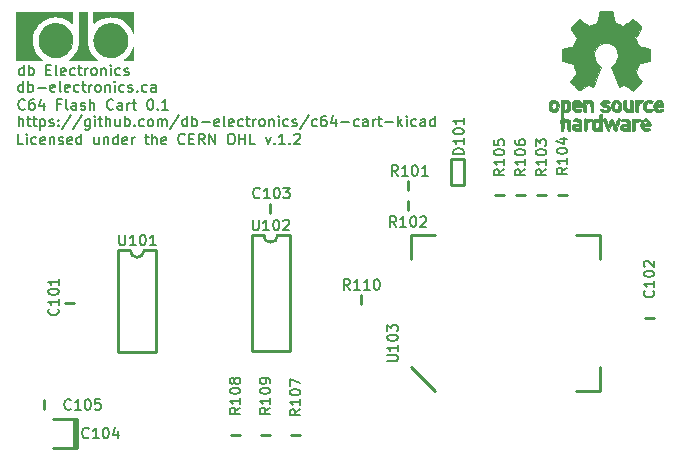
<source format=gto>
G04 #@! TF.FileFunction,Legend,Top*
%FSLAX46Y46*%
G04 Gerber Fmt 4.6, Leading zero omitted, Abs format (unit mm)*
G04 Created by KiCad (PCBNEW 4.0.7-e2-6376~58~ubuntu16.04.1) date Wed Mar 28 10:52:48 2018*
%MOMM*%
%LPD*%
G01*
G04 APERTURE LIST*
%ADD10C,0.203200*%
%ADD11C,0.254000*%
%ADD12C,0.150000*%
%ADD13C,0.010000*%
G04 APERTURE END LIST*
D10*
X116649503Y-109063367D02*
X116226170Y-109063367D01*
X116226170Y-108174367D01*
X116945837Y-109063367D02*
X116945837Y-108470700D01*
X116945837Y-108174367D02*
X116903503Y-108216700D01*
X116945837Y-108259033D01*
X116988170Y-108216700D01*
X116945837Y-108174367D01*
X116945837Y-108259033D01*
X117750170Y-109021033D02*
X117665503Y-109063367D01*
X117496170Y-109063367D01*
X117411503Y-109021033D01*
X117369170Y-108978700D01*
X117326836Y-108894033D01*
X117326836Y-108640033D01*
X117369170Y-108555367D01*
X117411503Y-108513033D01*
X117496170Y-108470700D01*
X117665503Y-108470700D01*
X117750170Y-108513033D01*
X118469836Y-109021033D02*
X118385170Y-109063367D01*
X118215836Y-109063367D01*
X118131170Y-109021033D01*
X118088836Y-108936367D01*
X118088836Y-108597700D01*
X118131170Y-108513033D01*
X118215836Y-108470700D01*
X118385170Y-108470700D01*
X118469836Y-108513033D01*
X118512170Y-108597700D01*
X118512170Y-108682367D01*
X118088836Y-108767033D01*
X118893170Y-108470700D02*
X118893170Y-109063367D01*
X118893170Y-108555367D02*
X118935503Y-108513033D01*
X119020170Y-108470700D01*
X119147170Y-108470700D01*
X119231836Y-108513033D01*
X119274170Y-108597700D01*
X119274170Y-109063367D01*
X119655169Y-109021033D02*
X119739836Y-109063367D01*
X119909169Y-109063367D01*
X119993836Y-109021033D01*
X120036169Y-108936367D01*
X120036169Y-108894033D01*
X119993836Y-108809367D01*
X119909169Y-108767033D01*
X119782169Y-108767033D01*
X119697503Y-108724700D01*
X119655169Y-108640033D01*
X119655169Y-108597700D01*
X119697503Y-108513033D01*
X119782169Y-108470700D01*
X119909169Y-108470700D01*
X119993836Y-108513033D01*
X120755836Y-109021033D02*
X120671170Y-109063367D01*
X120501836Y-109063367D01*
X120417170Y-109021033D01*
X120374836Y-108936367D01*
X120374836Y-108597700D01*
X120417170Y-108513033D01*
X120501836Y-108470700D01*
X120671170Y-108470700D01*
X120755836Y-108513033D01*
X120798170Y-108597700D01*
X120798170Y-108682367D01*
X120374836Y-108767033D01*
X121560170Y-109063367D02*
X121560170Y-108174367D01*
X121560170Y-109021033D02*
X121475503Y-109063367D01*
X121306170Y-109063367D01*
X121221503Y-109021033D01*
X121179170Y-108978700D01*
X121136836Y-108894033D01*
X121136836Y-108640033D01*
X121179170Y-108555367D01*
X121221503Y-108513033D01*
X121306170Y-108470700D01*
X121475503Y-108470700D01*
X121560170Y-108513033D01*
X123041836Y-108470700D02*
X123041836Y-109063367D01*
X122660836Y-108470700D02*
X122660836Y-108936367D01*
X122703169Y-109021033D01*
X122787836Y-109063367D01*
X122914836Y-109063367D01*
X122999502Y-109021033D01*
X123041836Y-108978700D01*
X123465169Y-108470700D02*
X123465169Y-109063367D01*
X123465169Y-108555367D02*
X123507502Y-108513033D01*
X123592169Y-108470700D01*
X123719169Y-108470700D01*
X123803835Y-108513033D01*
X123846169Y-108597700D01*
X123846169Y-109063367D01*
X124650502Y-109063367D02*
X124650502Y-108174367D01*
X124650502Y-109021033D02*
X124565835Y-109063367D01*
X124396502Y-109063367D01*
X124311835Y-109021033D01*
X124269502Y-108978700D01*
X124227168Y-108894033D01*
X124227168Y-108640033D01*
X124269502Y-108555367D01*
X124311835Y-108513033D01*
X124396502Y-108470700D01*
X124565835Y-108470700D01*
X124650502Y-108513033D01*
X125412501Y-109021033D02*
X125327835Y-109063367D01*
X125158501Y-109063367D01*
X125073835Y-109021033D01*
X125031501Y-108936367D01*
X125031501Y-108597700D01*
X125073835Y-108513033D01*
X125158501Y-108470700D01*
X125327835Y-108470700D01*
X125412501Y-108513033D01*
X125454835Y-108597700D01*
X125454835Y-108682367D01*
X125031501Y-108767033D01*
X125835835Y-109063367D02*
X125835835Y-108470700D01*
X125835835Y-108640033D02*
X125878168Y-108555367D01*
X125920501Y-108513033D01*
X126005168Y-108470700D01*
X126089835Y-108470700D01*
X126936501Y-108470700D02*
X127275167Y-108470700D01*
X127063501Y-108174367D02*
X127063501Y-108936367D01*
X127105834Y-109021033D01*
X127190501Y-109063367D01*
X127275167Y-109063367D01*
X127571501Y-109063367D02*
X127571501Y-108174367D01*
X127952501Y-109063367D02*
X127952501Y-108597700D01*
X127910167Y-108513033D01*
X127825501Y-108470700D01*
X127698501Y-108470700D01*
X127613834Y-108513033D01*
X127571501Y-108555367D01*
X128714500Y-109021033D02*
X128629834Y-109063367D01*
X128460500Y-109063367D01*
X128375834Y-109021033D01*
X128333500Y-108936367D01*
X128333500Y-108597700D01*
X128375834Y-108513033D01*
X128460500Y-108470700D01*
X128629834Y-108470700D01*
X128714500Y-108513033D01*
X128756834Y-108597700D01*
X128756834Y-108682367D01*
X128333500Y-108767033D01*
X130323167Y-108978700D02*
X130280833Y-109021033D01*
X130153833Y-109063367D01*
X130069167Y-109063367D01*
X129942167Y-109021033D01*
X129857500Y-108936367D01*
X129815167Y-108851700D01*
X129772833Y-108682367D01*
X129772833Y-108555367D01*
X129815167Y-108386033D01*
X129857500Y-108301367D01*
X129942167Y-108216700D01*
X130069167Y-108174367D01*
X130153833Y-108174367D01*
X130280833Y-108216700D01*
X130323167Y-108259033D01*
X130704167Y-108597700D02*
X131000500Y-108597700D01*
X131127500Y-109063367D02*
X130704167Y-109063367D01*
X130704167Y-108174367D01*
X131127500Y-108174367D01*
X132016500Y-109063367D02*
X131720166Y-108640033D01*
X131508500Y-109063367D02*
X131508500Y-108174367D01*
X131847166Y-108174367D01*
X131931833Y-108216700D01*
X131974166Y-108259033D01*
X132016500Y-108343700D01*
X132016500Y-108470700D01*
X131974166Y-108555367D01*
X131931833Y-108597700D01*
X131847166Y-108640033D01*
X131508500Y-108640033D01*
X132397500Y-109063367D02*
X132397500Y-108174367D01*
X132905500Y-109063367D01*
X132905500Y-108174367D01*
X134175499Y-108174367D02*
X134344832Y-108174367D01*
X134429499Y-108216700D01*
X134514166Y-108301367D01*
X134556499Y-108470700D01*
X134556499Y-108767033D01*
X134514166Y-108936367D01*
X134429499Y-109021033D01*
X134344832Y-109063367D01*
X134175499Y-109063367D01*
X134090832Y-109021033D01*
X134006166Y-108936367D01*
X133963832Y-108767033D01*
X133963832Y-108470700D01*
X134006166Y-108301367D01*
X134090832Y-108216700D01*
X134175499Y-108174367D01*
X134937499Y-109063367D02*
X134937499Y-108174367D01*
X134937499Y-108597700D02*
X135445499Y-108597700D01*
X135445499Y-109063367D02*
X135445499Y-108174367D01*
X136292165Y-109063367D02*
X135868832Y-109063367D01*
X135868832Y-108174367D01*
X137181165Y-108470700D02*
X137392832Y-109063367D01*
X137604498Y-108470700D01*
X137943165Y-108978700D02*
X137985498Y-109021033D01*
X137943165Y-109063367D01*
X137900831Y-109021033D01*
X137943165Y-108978700D01*
X137943165Y-109063367D01*
X138832164Y-109063367D02*
X138324164Y-109063367D01*
X138578164Y-109063367D02*
X138578164Y-108174367D01*
X138493498Y-108301367D01*
X138408831Y-108386033D01*
X138324164Y-108428367D01*
X139213165Y-108978700D02*
X139255498Y-109021033D01*
X139213165Y-109063367D01*
X139170831Y-109021033D01*
X139213165Y-108978700D01*
X139213165Y-109063367D01*
X139594164Y-108259033D02*
X139636498Y-108216700D01*
X139721164Y-108174367D01*
X139932831Y-108174367D01*
X140017498Y-108216700D01*
X140059831Y-108259033D01*
X140102164Y-108343700D01*
X140102164Y-108428367D01*
X140059831Y-108555367D01*
X139551831Y-109063367D01*
X140102164Y-109063367D01*
X116755334Y-106057700D02*
X116713000Y-106100033D01*
X116586000Y-106142367D01*
X116501334Y-106142367D01*
X116374334Y-106100033D01*
X116289667Y-106015367D01*
X116247334Y-105930700D01*
X116205000Y-105761367D01*
X116205000Y-105634367D01*
X116247334Y-105465033D01*
X116289667Y-105380367D01*
X116374334Y-105295700D01*
X116501334Y-105253367D01*
X116586000Y-105253367D01*
X116713000Y-105295700D01*
X116755334Y-105338033D01*
X117517334Y-105253367D02*
X117348000Y-105253367D01*
X117263334Y-105295700D01*
X117221000Y-105338033D01*
X117136334Y-105465033D01*
X117094000Y-105634367D01*
X117094000Y-105973033D01*
X117136334Y-106057700D01*
X117178667Y-106100033D01*
X117263334Y-106142367D01*
X117432667Y-106142367D01*
X117517334Y-106100033D01*
X117559667Y-106057700D01*
X117602000Y-105973033D01*
X117602000Y-105761367D01*
X117559667Y-105676700D01*
X117517334Y-105634367D01*
X117432667Y-105592033D01*
X117263334Y-105592033D01*
X117178667Y-105634367D01*
X117136334Y-105676700D01*
X117094000Y-105761367D01*
X118364001Y-105549700D02*
X118364001Y-106142367D01*
X118152334Y-105211033D02*
X117940667Y-105846033D01*
X118491001Y-105846033D01*
X119803334Y-105676700D02*
X119507001Y-105676700D01*
X119507001Y-106142367D02*
X119507001Y-105253367D01*
X119930334Y-105253367D01*
X120396001Y-106142367D02*
X120311334Y-106100033D01*
X120269001Y-106015367D01*
X120269001Y-105253367D01*
X121115668Y-106142367D02*
X121115668Y-105676700D01*
X121073334Y-105592033D01*
X120988668Y-105549700D01*
X120819334Y-105549700D01*
X120734668Y-105592033D01*
X121115668Y-106100033D02*
X121031001Y-106142367D01*
X120819334Y-106142367D01*
X120734668Y-106100033D01*
X120692334Y-106015367D01*
X120692334Y-105930700D01*
X120734668Y-105846033D01*
X120819334Y-105803700D01*
X121031001Y-105803700D01*
X121115668Y-105761367D01*
X121496667Y-106100033D02*
X121581334Y-106142367D01*
X121750667Y-106142367D01*
X121835334Y-106100033D01*
X121877667Y-106015367D01*
X121877667Y-105973033D01*
X121835334Y-105888367D01*
X121750667Y-105846033D01*
X121623667Y-105846033D01*
X121539001Y-105803700D01*
X121496667Y-105719033D01*
X121496667Y-105676700D01*
X121539001Y-105592033D01*
X121623667Y-105549700D01*
X121750667Y-105549700D01*
X121835334Y-105592033D01*
X122258668Y-106142367D02*
X122258668Y-105253367D01*
X122639668Y-106142367D02*
X122639668Y-105676700D01*
X122597334Y-105592033D01*
X122512668Y-105549700D01*
X122385668Y-105549700D01*
X122301001Y-105592033D01*
X122258668Y-105634367D01*
X124248334Y-106057700D02*
X124206000Y-106100033D01*
X124079000Y-106142367D01*
X123994334Y-106142367D01*
X123867334Y-106100033D01*
X123782667Y-106015367D01*
X123740334Y-105930700D01*
X123698000Y-105761367D01*
X123698000Y-105634367D01*
X123740334Y-105465033D01*
X123782667Y-105380367D01*
X123867334Y-105295700D01*
X123994334Y-105253367D01*
X124079000Y-105253367D01*
X124206000Y-105295700D01*
X124248334Y-105338033D01*
X125010334Y-106142367D02*
X125010334Y-105676700D01*
X124968000Y-105592033D01*
X124883334Y-105549700D01*
X124714000Y-105549700D01*
X124629334Y-105592033D01*
X125010334Y-106100033D02*
X124925667Y-106142367D01*
X124714000Y-106142367D01*
X124629334Y-106100033D01*
X124587000Y-106015367D01*
X124587000Y-105930700D01*
X124629334Y-105846033D01*
X124714000Y-105803700D01*
X124925667Y-105803700D01*
X125010334Y-105761367D01*
X125433667Y-106142367D02*
X125433667Y-105549700D01*
X125433667Y-105719033D02*
X125476000Y-105634367D01*
X125518333Y-105592033D01*
X125603000Y-105549700D01*
X125687667Y-105549700D01*
X125857000Y-105549700D02*
X126195666Y-105549700D01*
X125984000Y-105253367D02*
X125984000Y-106015367D01*
X126026333Y-106100033D01*
X126111000Y-106142367D01*
X126195666Y-106142367D01*
X127338666Y-105253367D02*
X127423333Y-105253367D01*
X127507999Y-105295700D01*
X127550333Y-105338033D01*
X127592666Y-105422700D01*
X127634999Y-105592033D01*
X127634999Y-105803700D01*
X127592666Y-105973033D01*
X127550333Y-106057700D01*
X127507999Y-106100033D01*
X127423333Y-106142367D01*
X127338666Y-106142367D01*
X127253999Y-106100033D01*
X127211666Y-106057700D01*
X127169333Y-105973033D01*
X127126999Y-105803700D01*
X127126999Y-105592033D01*
X127169333Y-105422700D01*
X127211666Y-105338033D01*
X127253999Y-105295700D01*
X127338666Y-105253367D01*
X128016000Y-106057700D02*
X128058333Y-106100033D01*
X128016000Y-106142367D01*
X127973666Y-106100033D01*
X128016000Y-106057700D01*
X128016000Y-106142367D01*
X128904999Y-106142367D02*
X128396999Y-106142367D01*
X128650999Y-106142367D02*
X128650999Y-105253367D01*
X128566333Y-105380367D01*
X128481666Y-105465033D01*
X128396999Y-105507367D01*
X116628335Y-104618367D02*
X116628335Y-103729367D01*
X116628335Y-104576033D02*
X116543668Y-104618367D01*
X116374335Y-104618367D01*
X116289668Y-104576033D01*
X116247335Y-104533700D01*
X116205001Y-104449033D01*
X116205001Y-104195033D01*
X116247335Y-104110367D01*
X116289668Y-104068033D01*
X116374335Y-104025700D01*
X116543668Y-104025700D01*
X116628335Y-104068033D01*
X117051668Y-104618367D02*
X117051668Y-103729367D01*
X117051668Y-104068033D02*
X117136334Y-104025700D01*
X117305668Y-104025700D01*
X117390334Y-104068033D01*
X117432668Y-104110367D01*
X117475001Y-104195033D01*
X117475001Y-104449033D01*
X117432668Y-104533700D01*
X117390334Y-104576033D01*
X117305668Y-104618367D01*
X117136334Y-104618367D01*
X117051668Y-104576033D01*
X117856001Y-104279700D02*
X118533334Y-104279700D01*
X119295334Y-104576033D02*
X119210668Y-104618367D01*
X119041334Y-104618367D01*
X118956668Y-104576033D01*
X118914334Y-104491367D01*
X118914334Y-104152700D01*
X118956668Y-104068033D01*
X119041334Y-104025700D01*
X119210668Y-104025700D01*
X119295334Y-104068033D01*
X119337668Y-104152700D01*
X119337668Y-104237367D01*
X118914334Y-104322033D01*
X119845668Y-104618367D02*
X119761001Y-104576033D01*
X119718668Y-104491367D01*
X119718668Y-103729367D01*
X120523001Y-104576033D02*
X120438335Y-104618367D01*
X120269001Y-104618367D01*
X120184335Y-104576033D01*
X120142001Y-104491367D01*
X120142001Y-104152700D01*
X120184335Y-104068033D01*
X120269001Y-104025700D01*
X120438335Y-104025700D01*
X120523001Y-104068033D01*
X120565335Y-104152700D01*
X120565335Y-104237367D01*
X120142001Y-104322033D01*
X121327335Y-104576033D02*
X121242668Y-104618367D01*
X121073335Y-104618367D01*
X120988668Y-104576033D01*
X120946335Y-104533700D01*
X120904001Y-104449033D01*
X120904001Y-104195033D01*
X120946335Y-104110367D01*
X120988668Y-104068033D01*
X121073335Y-104025700D01*
X121242668Y-104025700D01*
X121327335Y-104068033D01*
X121581335Y-104025700D02*
X121920001Y-104025700D01*
X121708335Y-103729367D02*
X121708335Y-104491367D01*
X121750668Y-104576033D01*
X121835335Y-104618367D01*
X121920001Y-104618367D01*
X122216335Y-104618367D02*
X122216335Y-104025700D01*
X122216335Y-104195033D02*
X122258668Y-104110367D01*
X122301001Y-104068033D01*
X122385668Y-104025700D01*
X122470335Y-104025700D01*
X122893668Y-104618367D02*
X122809001Y-104576033D01*
X122766668Y-104533700D01*
X122724334Y-104449033D01*
X122724334Y-104195033D01*
X122766668Y-104110367D01*
X122809001Y-104068033D01*
X122893668Y-104025700D01*
X123020668Y-104025700D01*
X123105334Y-104068033D01*
X123147668Y-104110367D01*
X123190001Y-104195033D01*
X123190001Y-104449033D01*
X123147668Y-104533700D01*
X123105334Y-104576033D01*
X123020668Y-104618367D01*
X122893668Y-104618367D01*
X123571001Y-104025700D02*
X123571001Y-104618367D01*
X123571001Y-104110367D02*
X123613334Y-104068033D01*
X123698001Y-104025700D01*
X123825001Y-104025700D01*
X123909667Y-104068033D01*
X123952001Y-104152700D01*
X123952001Y-104618367D01*
X124375334Y-104618367D02*
X124375334Y-104025700D01*
X124375334Y-103729367D02*
X124333000Y-103771700D01*
X124375334Y-103814033D01*
X124417667Y-103771700D01*
X124375334Y-103729367D01*
X124375334Y-103814033D01*
X125179667Y-104576033D02*
X125095000Y-104618367D01*
X124925667Y-104618367D01*
X124841000Y-104576033D01*
X124798667Y-104533700D01*
X124756333Y-104449033D01*
X124756333Y-104195033D01*
X124798667Y-104110367D01*
X124841000Y-104068033D01*
X124925667Y-104025700D01*
X125095000Y-104025700D01*
X125179667Y-104068033D01*
X125518333Y-104576033D02*
X125603000Y-104618367D01*
X125772333Y-104618367D01*
X125857000Y-104576033D01*
X125899333Y-104491367D01*
X125899333Y-104449033D01*
X125857000Y-104364367D01*
X125772333Y-104322033D01*
X125645333Y-104322033D01*
X125560667Y-104279700D01*
X125518333Y-104195033D01*
X125518333Y-104152700D01*
X125560667Y-104068033D01*
X125645333Y-104025700D01*
X125772333Y-104025700D01*
X125857000Y-104068033D01*
X126280334Y-104533700D02*
X126322667Y-104576033D01*
X126280334Y-104618367D01*
X126238000Y-104576033D01*
X126280334Y-104533700D01*
X126280334Y-104618367D01*
X127084667Y-104576033D02*
X127000000Y-104618367D01*
X126830667Y-104618367D01*
X126746000Y-104576033D01*
X126703667Y-104533700D01*
X126661333Y-104449033D01*
X126661333Y-104195033D01*
X126703667Y-104110367D01*
X126746000Y-104068033D01*
X126830667Y-104025700D01*
X127000000Y-104025700D01*
X127084667Y-104068033D01*
X127846667Y-104618367D02*
X127846667Y-104152700D01*
X127804333Y-104068033D01*
X127719667Y-104025700D01*
X127550333Y-104025700D01*
X127465667Y-104068033D01*
X127846667Y-104576033D02*
X127762000Y-104618367D01*
X127550333Y-104618367D01*
X127465667Y-104576033D01*
X127423333Y-104491367D01*
X127423333Y-104406700D01*
X127465667Y-104322033D01*
X127550333Y-104279700D01*
X127762000Y-104279700D01*
X127846667Y-104237367D01*
X116247337Y-107539367D02*
X116247337Y-106650367D01*
X116628337Y-107539367D02*
X116628337Y-107073700D01*
X116586003Y-106989033D01*
X116501337Y-106946700D01*
X116374337Y-106946700D01*
X116289670Y-106989033D01*
X116247337Y-107031367D01*
X116924670Y-106946700D02*
X117263336Y-106946700D01*
X117051670Y-106650367D02*
X117051670Y-107412367D01*
X117094003Y-107497033D01*
X117178670Y-107539367D01*
X117263336Y-107539367D01*
X117432670Y-106946700D02*
X117771336Y-106946700D01*
X117559670Y-106650367D02*
X117559670Y-107412367D01*
X117602003Y-107497033D01*
X117686670Y-107539367D01*
X117771336Y-107539367D01*
X118067670Y-106946700D02*
X118067670Y-107835700D01*
X118067670Y-106989033D02*
X118152336Y-106946700D01*
X118321670Y-106946700D01*
X118406336Y-106989033D01*
X118448670Y-107031367D01*
X118491003Y-107116033D01*
X118491003Y-107370033D01*
X118448670Y-107454700D01*
X118406336Y-107497033D01*
X118321670Y-107539367D01*
X118152336Y-107539367D01*
X118067670Y-107497033D01*
X118829669Y-107497033D02*
X118914336Y-107539367D01*
X119083669Y-107539367D01*
X119168336Y-107497033D01*
X119210669Y-107412367D01*
X119210669Y-107370033D01*
X119168336Y-107285367D01*
X119083669Y-107243033D01*
X118956669Y-107243033D01*
X118872003Y-107200700D01*
X118829669Y-107116033D01*
X118829669Y-107073700D01*
X118872003Y-106989033D01*
X118956669Y-106946700D01*
X119083669Y-106946700D01*
X119168336Y-106989033D01*
X119591670Y-107454700D02*
X119634003Y-107497033D01*
X119591670Y-107539367D01*
X119549336Y-107497033D01*
X119591670Y-107454700D01*
X119591670Y-107539367D01*
X119591670Y-106989033D02*
X119634003Y-107031367D01*
X119591670Y-107073700D01*
X119549336Y-107031367D01*
X119591670Y-106989033D01*
X119591670Y-107073700D01*
X120650003Y-106608033D02*
X119888003Y-107751033D01*
X121581336Y-106608033D02*
X120819336Y-107751033D01*
X122258669Y-106946700D02*
X122258669Y-107666367D01*
X122216335Y-107751033D01*
X122174002Y-107793367D01*
X122089335Y-107835700D01*
X121962335Y-107835700D01*
X121877669Y-107793367D01*
X122258669Y-107497033D02*
X122174002Y-107539367D01*
X122004669Y-107539367D01*
X121920002Y-107497033D01*
X121877669Y-107454700D01*
X121835335Y-107370033D01*
X121835335Y-107116033D01*
X121877669Y-107031367D01*
X121920002Y-106989033D01*
X122004669Y-106946700D01*
X122174002Y-106946700D01*
X122258669Y-106989033D01*
X122682002Y-107539367D02*
X122682002Y-106946700D01*
X122682002Y-106650367D02*
X122639668Y-106692700D01*
X122682002Y-106735033D01*
X122724335Y-106692700D01*
X122682002Y-106650367D01*
X122682002Y-106735033D01*
X122978335Y-106946700D02*
X123317001Y-106946700D01*
X123105335Y-106650367D02*
X123105335Y-107412367D01*
X123147668Y-107497033D01*
X123232335Y-107539367D01*
X123317001Y-107539367D01*
X123613335Y-107539367D02*
X123613335Y-106650367D01*
X123994335Y-107539367D02*
X123994335Y-107073700D01*
X123952001Y-106989033D01*
X123867335Y-106946700D01*
X123740335Y-106946700D01*
X123655668Y-106989033D01*
X123613335Y-107031367D01*
X124798668Y-106946700D02*
X124798668Y-107539367D01*
X124417668Y-106946700D02*
X124417668Y-107412367D01*
X124460001Y-107497033D01*
X124544668Y-107539367D01*
X124671668Y-107539367D01*
X124756334Y-107497033D01*
X124798668Y-107454700D01*
X125222001Y-107539367D02*
X125222001Y-106650367D01*
X125222001Y-106989033D02*
X125306667Y-106946700D01*
X125476001Y-106946700D01*
X125560667Y-106989033D01*
X125603001Y-107031367D01*
X125645334Y-107116033D01*
X125645334Y-107370033D01*
X125603001Y-107454700D01*
X125560667Y-107497033D01*
X125476001Y-107539367D01*
X125306667Y-107539367D01*
X125222001Y-107497033D01*
X126026334Y-107454700D02*
X126068667Y-107497033D01*
X126026334Y-107539367D01*
X125984000Y-107497033D01*
X126026334Y-107454700D01*
X126026334Y-107539367D01*
X126830667Y-107497033D02*
X126746000Y-107539367D01*
X126576667Y-107539367D01*
X126492000Y-107497033D01*
X126449667Y-107454700D01*
X126407333Y-107370033D01*
X126407333Y-107116033D01*
X126449667Y-107031367D01*
X126492000Y-106989033D01*
X126576667Y-106946700D01*
X126746000Y-106946700D01*
X126830667Y-106989033D01*
X127338667Y-107539367D02*
X127254000Y-107497033D01*
X127211667Y-107454700D01*
X127169333Y-107370033D01*
X127169333Y-107116033D01*
X127211667Y-107031367D01*
X127254000Y-106989033D01*
X127338667Y-106946700D01*
X127465667Y-106946700D01*
X127550333Y-106989033D01*
X127592667Y-107031367D01*
X127635000Y-107116033D01*
X127635000Y-107370033D01*
X127592667Y-107454700D01*
X127550333Y-107497033D01*
X127465667Y-107539367D01*
X127338667Y-107539367D01*
X128016000Y-107539367D02*
X128016000Y-106946700D01*
X128016000Y-107031367D02*
X128058333Y-106989033D01*
X128143000Y-106946700D01*
X128270000Y-106946700D01*
X128354666Y-106989033D01*
X128397000Y-107073700D01*
X128397000Y-107539367D01*
X128397000Y-107073700D02*
X128439333Y-106989033D01*
X128524000Y-106946700D01*
X128651000Y-106946700D01*
X128735666Y-106989033D01*
X128778000Y-107073700D01*
X128778000Y-107539367D01*
X129836333Y-106608033D02*
X129074333Y-107751033D01*
X130513666Y-107539367D02*
X130513666Y-106650367D01*
X130513666Y-107497033D02*
X130428999Y-107539367D01*
X130259666Y-107539367D01*
X130174999Y-107497033D01*
X130132666Y-107454700D01*
X130090332Y-107370033D01*
X130090332Y-107116033D01*
X130132666Y-107031367D01*
X130174999Y-106989033D01*
X130259666Y-106946700D01*
X130428999Y-106946700D01*
X130513666Y-106989033D01*
X130936999Y-107539367D02*
X130936999Y-106650367D01*
X130936999Y-106989033D02*
X131021665Y-106946700D01*
X131190999Y-106946700D01*
X131275665Y-106989033D01*
X131317999Y-107031367D01*
X131360332Y-107116033D01*
X131360332Y-107370033D01*
X131317999Y-107454700D01*
X131275665Y-107497033D01*
X131190999Y-107539367D01*
X131021665Y-107539367D01*
X130936999Y-107497033D01*
X131741332Y-107200700D02*
X132418665Y-107200700D01*
X133180665Y-107497033D02*
X133095999Y-107539367D01*
X132926665Y-107539367D01*
X132841999Y-107497033D01*
X132799665Y-107412367D01*
X132799665Y-107073700D01*
X132841999Y-106989033D01*
X132926665Y-106946700D01*
X133095999Y-106946700D01*
X133180665Y-106989033D01*
X133222999Y-107073700D01*
X133222999Y-107158367D01*
X132799665Y-107243033D01*
X133730999Y-107539367D02*
X133646332Y-107497033D01*
X133603999Y-107412367D01*
X133603999Y-106650367D01*
X134408332Y-107497033D02*
X134323666Y-107539367D01*
X134154332Y-107539367D01*
X134069666Y-107497033D01*
X134027332Y-107412367D01*
X134027332Y-107073700D01*
X134069666Y-106989033D01*
X134154332Y-106946700D01*
X134323666Y-106946700D01*
X134408332Y-106989033D01*
X134450666Y-107073700D01*
X134450666Y-107158367D01*
X134027332Y-107243033D01*
X135212666Y-107497033D02*
X135127999Y-107539367D01*
X134958666Y-107539367D01*
X134873999Y-107497033D01*
X134831666Y-107454700D01*
X134789332Y-107370033D01*
X134789332Y-107116033D01*
X134831666Y-107031367D01*
X134873999Y-106989033D01*
X134958666Y-106946700D01*
X135127999Y-106946700D01*
X135212666Y-106989033D01*
X135466666Y-106946700D02*
X135805332Y-106946700D01*
X135593666Y-106650367D02*
X135593666Y-107412367D01*
X135635999Y-107497033D01*
X135720666Y-107539367D01*
X135805332Y-107539367D01*
X136101666Y-107539367D02*
X136101666Y-106946700D01*
X136101666Y-107116033D02*
X136143999Y-107031367D01*
X136186332Y-106989033D01*
X136270999Y-106946700D01*
X136355666Y-106946700D01*
X136778999Y-107539367D02*
X136694332Y-107497033D01*
X136651999Y-107454700D01*
X136609665Y-107370033D01*
X136609665Y-107116033D01*
X136651999Y-107031367D01*
X136694332Y-106989033D01*
X136778999Y-106946700D01*
X136905999Y-106946700D01*
X136990665Y-106989033D01*
X137032999Y-107031367D01*
X137075332Y-107116033D01*
X137075332Y-107370033D01*
X137032999Y-107454700D01*
X136990665Y-107497033D01*
X136905999Y-107539367D01*
X136778999Y-107539367D01*
X137456332Y-106946700D02*
X137456332Y-107539367D01*
X137456332Y-107031367D02*
X137498665Y-106989033D01*
X137583332Y-106946700D01*
X137710332Y-106946700D01*
X137794998Y-106989033D01*
X137837332Y-107073700D01*
X137837332Y-107539367D01*
X138260665Y-107539367D02*
X138260665Y-106946700D01*
X138260665Y-106650367D02*
X138218331Y-106692700D01*
X138260665Y-106735033D01*
X138302998Y-106692700D01*
X138260665Y-106650367D01*
X138260665Y-106735033D01*
X139064998Y-107497033D02*
X138980331Y-107539367D01*
X138810998Y-107539367D01*
X138726331Y-107497033D01*
X138683998Y-107454700D01*
X138641664Y-107370033D01*
X138641664Y-107116033D01*
X138683998Y-107031367D01*
X138726331Y-106989033D01*
X138810998Y-106946700D01*
X138980331Y-106946700D01*
X139064998Y-106989033D01*
X139403664Y-107497033D02*
X139488331Y-107539367D01*
X139657664Y-107539367D01*
X139742331Y-107497033D01*
X139784664Y-107412367D01*
X139784664Y-107370033D01*
X139742331Y-107285367D01*
X139657664Y-107243033D01*
X139530664Y-107243033D01*
X139445998Y-107200700D01*
X139403664Y-107116033D01*
X139403664Y-107073700D01*
X139445998Y-106989033D01*
X139530664Y-106946700D01*
X139657664Y-106946700D01*
X139742331Y-106989033D01*
X140800665Y-106608033D02*
X140038665Y-107751033D01*
X141477998Y-107497033D02*
X141393331Y-107539367D01*
X141223998Y-107539367D01*
X141139331Y-107497033D01*
X141096998Y-107454700D01*
X141054664Y-107370033D01*
X141054664Y-107116033D01*
X141096998Y-107031367D01*
X141139331Y-106989033D01*
X141223998Y-106946700D01*
X141393331Y-106946700D01*
X141477998Y-106989033D01*
X142239998Y-106650367D02*
X142070664Y-106650367D01*
X141985998Y-106692700D01*
X141943664Y-106735033D01*
X141858998Y-106862033D01*
X141816664Y-107031367D01*
X141816664Y-107370033D01*
X141858998Y-107454700D01*
X141901331Y-107497033D01*
X141985998Y-107539367D01*
X142155331Y-107539367D01*
X142239998Y-107497033D01*
X142282331Y-107454700D01*
X142324664Y-107370033D01*
X142324664Y-107158367D01*
X142282331Y-107073700D01*
X142239998Y-107031367D01*
X142155331Y-106989033D01*
X141985998Y-106989033D01*
X141901331Y-107031367D01*
X141858998Y-107073700D01*
X141816664Y-107158367D01*
X143086665Y-106946700D02*
X143086665Y-107539367D01*
X142874998Y-106608033D02*
X142663331Y-107243033D01*
X143213665Y-107243033D01*
X143552332Y-107200700D02*
X144229665Y-107200700D01*
X145033999Y-107497033D02*
X144949332Y-107539367D01*
X144779999Y-107539367D01*
X144695332Y-107497033D01*
X144652999Y-107454700D01*
X144610665Y-107370033D01*
X144610665Y-107116033D01*
X144652999Y-107031367D01*
X144695332Y-106989033D01*
X144779999Y-106946700D01*
X144949332Y-106946700D01*
X145033999Y-106989033D01*
X145795999Y-107539367D02*
X145795999Y-107073700D01*
X145753665Y-106989033D01*
X145668999Y-106946700D01*
X145499665Y-106946700D01*
X145414999Y-106989033D01*
X145795999Y-107497033D02*
X145711332Y-107539367D01*
X145499665Y-107539367D01*
X145414999Y-107497033D01*
X145372665Y-107412367D01*
X145372665Y-107327700D01*
X145414999Y-107243033D01*
X145499665Y-107200700D01*
X145711332Y-107200700D01*
X145795999Y-107158367D01*
X146219332Y-107539367D02*
X146219332Y-106946700D01*
X146219332Y-107116033D02*
X146261665Y-107031367D01*
X146303998Y-106989033D01*
X146388665Y-106946700D01*
X146473332Y-106946700D01*
X146642665Y-106946700D02*
X146981331Y-106946700D01*
X146769665Y-106650367D02*
X146769665Y-107412367D01*
X146811998Y-107497033D01*
X146896665Y-107539367D01*
X146981331Y-107539367D01*
X147277665Y-107200700D02*
X147954998Y-107200700D01*
X148378332Y-107539367D02*
X148378332Y-106650367D01*
X148462998Y-107200700D02*
X148716998Y-107539367D01*
X148716998Y-106946700D02*
X148378332Y-107285367D01*
X149097999Y-107539367D02*
X149097999Y-106946700D01*
X149097999Y-106650367D02*
X149055665Y-106692700D01*
X149097999Y-106735033D01*
X149140332Y-106692700D01*
X149097999Y-106650367D01*
X149097999Y-106735033D01*
X149902332Y-107497033D02*
X149817665Y-107539367D01*
X149648332Y-107539367D01*
X149563665Y-107497033D01*
X149521332Y-107454700D01*
X149478998Y-107370033D01*
X149478998Y-107116033D01*
X149521332Y-107031367D01*
X149563665Y-106989033D01*
X149648332Y-106946700D01*
X149817665Y-106946700D01*
X149902332Y-106989033D01*
X150664332Y-107539367D02*
X150664332Y-107073700D01*
X150621998Y-106989033D01*
X150537332Y-106946700D01*
X150367998Y-106946700D01*
X150283332Y-106989033D01*
X150664332Y-107497033D02*
X150579665Y-107539367D01*
X150367998Y-107539367D01*
X150283332Y-107497033D01*
X150240998Y-107412367D01*
X150240998Y-107327700D01*
X150283332Y-107243033D01*
X150367998Y-107200700D01*
X150579665Y-107200700D01*
X150664332Y-107158367D01*
X151468665Y-107539367D02*
X151468665Y-106650367D01*
X151468665Y-107497033D02*
X151383998Y-107539367D01*
X151214665Y-107539367D01*
X151129998Y-107497033D01*
X151087665Y-107454700D01*
X151045331Y-107370033D01*
X151045331Y-107116033D01*
X151087665Y-107031367D01*
X151129998Y-106989033D01*
X151214665Y-106946700D01*
X151383998Y-106946700D01*
X151468665Y-106989033D01*
X116670668Y-103221367D02*
X116670668Y-102332367D01*
X116670668Y-103179033D02*
X116586001Y-103221367D01*
X116416668Y-103221367D01*
X116332001Y-103179033D01*
X116289668Y-103136700D01*
X116247334Y-103052033D01*
X116247334Y-102798033D01*
X116289668Y-102713367D01*
X116332001Y-102671033D01*
X116416668Y-102628700D01*
X116586001Y-102628700D01*
X116670668Y-102671033D01*
X117094001Y-103221367D02*
X117094001Y-102332367D01*
X117094001Y-102671033D02*
X117178667Y-102628700D01*
X117348001Y-102628700D01*
X117432667Y-102671033D01*
X117475001Y-102713367D01*
X117517334Y-102798033D01*
X117517334Y-103052033D01*
X117475001Y-103136700D01*
X117432667Y-103179033D01*
X117348001Y-103221367D01*
X117178667Y-103221367D01*
X117094001Y-103179033D01*
X118575667Y-102755700D02*
X118872000Y-102755700D01*
X118999000Y-103221367D02*
X118575667Y-103221367D01*
X118575667Y-102332367D01*
X118999000Y-102332367D01*
X119507000Y-103221367D02*
X119422333Y-103179033D01*
X119380000Y-103094367D01*
X119380000Y-102332367D01*
X120184333Y-103179033D02*
X120099667Y-103221367D01*
X119930333Y-103221367D01*
X119845667Y-103179033D01*
X119803333Y-103094367D01*
X119803333Y-102755700D01*
X119845667Y-102671033D01*
X119930333Y-102628700D01*
X120099667Y-102628700D01*
X120184333Y-102671033D01*
X120226667Y-102755700D01*
X120226667Y-102840367D01*
X119803333Y-102925033D01*
X120988667Y-103179033D02*
X120904000Y-103221367D01*
X120734667Y-103221367D01*
X120650000Y-103179033D01*
X120607667Y-103136700D01*
X120565333Y-103052033D01*
X120565333Y-102798033D01*
X120607667Y-102713367D01*
X120650000Y-102671033D01*
X120734667Y-102628700D01*
X120904000Y-102628700D01*
X120988667Y-102671033D01*
X121242667Y-102628700D02*
X121581333Y-102628700D01*
X121369667Y-102332367D02*
X121369667Y-103094367D01*
X121412000Y-103179033D01*
X121496667Y-103221367D01*
X121581333Y-103221367D01*
X121877667Y-103221367D02*
X121877667Y-102628700D01*
X121877667Y-102798033D02*
X121920000Y-102713367D01*
X121962333Y-102671033D01*
X122047000Y-102628700D01*
X122131667Y-102628700D01*
X122555000Y-103221367D02*
X122470333Y-103179033D01*
X122428000Y-103136700D01*
X122385666Y-103052033D01*
X122385666Y-102798033D01*
X122428000Y-102713367D01*
X122470333Y-102671033D01*
X122555000Y-102628700D01*
X122682000Y-102628700D01*
X122766666Y-102671033D01*
X122809000Y-102713367D01*
X122851333Y-102798033D01*
X122851333Y-103052033D01*
X122809000Y-103136700D01*
X122766666Y-103179033D01*
X122682000Y-103221367D01*
X122555000Y-103221367D01*
X123232333Y-102628700D02*
X123232333Y-103221367D01*
X123232333Y-102713367D02*
X123274666Y-102671033D01*
X123359333Y-102628700D01*
X123486333Y-102628700D01*
X123570999Y-102671033D01*
X123613333Y-102755700D01*
X123613333Y-103221367D01*
X124036666Y-103221367D02*
X124036666Y-102628700D01*
X124036666Y-102332367D02*
X123994332Y-102374700D01*
X124036666Y-102417033D01*
X124078999Y-102374700D01*
X124036666Y-102332367D01*
X124036666Y-102417033D01*
X124840999Y-103179033D02*
X124756332Y-103221367D01*
X124586999Y-103221367D01*
X124502332Y-103179033D01*
X124459999Y-103136700D01*
X124417665Y-103052033D01*
X124417665Y-102798033D01*
X124459999Y-102713367D01*
X124502332Y-102671033D01*
X124586999Y-102628700D01*
X124756332Y-102628700D01*
X124840999Y-102671033D01*
X125179665Y-103179033D02*
X125264332Y-103221367D01*
X125433665Y-103221367D01*
X125518332Y-103179033D01*
X125560665Y-103094367D01*
X125560665Y-103052033D01*
X125518332Y-102967367D01*
X125433665Y-102925033D01*
X125306665Y-102925033D01*
X125221999Y-102882700D01*
X125179665Y-102798033D01*
X125179665Y-102755700D01*
X125221999Y-102671033D01*
X125306665Y-102628700D01*
X125433665Y-102628700D01*
X125518332Y-102671033D01*
D11*
X137541000Y-133680200D02*
X136779000Y-133680200D01*
X135001000Y-133680200D02*
X134239000Y-133680200D01*
X139319000Y-133680200D02*
X140081000Y-133680200D01*
X157353000Y-113360200D02*
X156591000Y-113360200D01*
X158369000Y-113360200D02*
X159131000Y-113360200D01*
X161925000Y-113360200D02*
X162687000Y-113360200D01*
X160147000Y-113360200D02*
X160909000Y-113360200D01*
X149225000Y-114630200D02*
X149225000Y-113868200D01*
X149225000Y-112979200D02*
X149225000Y-112217200D01*
X118364000Y-130759200D02*
X118364000Y-131521200D01*
X137541000Y-114122200D02*
X137541000Y-114884200D01*
X169291000Y-123774200D02*
X170053000Y-123774200D01*
X120142000Y-122504200D02*
X120904000Y-122504200D01*
X152866000Y-112555200D02*
X153966000Y-112555200D01*
X153966000Y-112555200D02*
X153966000Y-110355200D01*
X153966000Y-110355200D02*
X152866000Y-110355200D01*
X152866000Y-110355200D02*
X152866000Y-112505200D01*
D12*
X152866000Y-112505200D02*
X152866000Y-112555200D01*
D11*
X149479000Y-116789200D02*
X151511000Y-116789200D01*
X149479000Y-118821200D02*
X149479000Y-116789200D01*
X165481000Y-116789200D02*
X163449000Y-116789200D01*
X165481000Y-118821200D02*
X165481000Y-116789200D01*
X165481000Y-129997200D02*
X165481000Y-127965200D01*
X163449000Y-129997200D02*
X165481000Y-129997200D01*
X149479000Y-127965200D02*
X151511000Y-129997200D01*
X136989000Y-116770200D02*
G75*
G03X138189000Y-116770200I600000J0D01*
G01*
X135989000Y-116770200D02*
X136989000Y-116770200D01*
X139189000Y-116770200D02*
X138189000Y-116770200D01*
X139189000Y-126570200D02*
X139189000Y-116770200D01*
X135989000Y-126570200D02*
X139189000Y-126570200D01*
X135989000Y-116770200D02*
X135989000Y-126570200D01*
X125686000Y-118040200D02*
G75*
G03X126886000Y-118040200I600000J0D01*
G01*
X124686000Y-118040200D02*
X125686000Y-118040200D01*
X127886000Y-118040200D02*
X126886000Y-118040200D01*
X127886000Y-126640200D02*
X127886000Y-118040200D01*
X124686000Y-126640200D02*
X127886000Y-126640200D01*
X124686000Y-118040200D02*
X124686000Y-126640200D01*
X121167000Y-132353200D02*
X120967000Y-132353200D01*
X121167000Y-134753200D02*
X121167000Y-132353200D01*
X120967000Y-134753200D02*
X121167000Y-134753200D01*
X120967000Y-132353200D02*
X119167000Y-132353200D01*
X120967000Y-134753200D02*
X120967000Y-132353200D01*
X119167000Y-134753200D02*
X120967000Y-134753200D01*
X145227000Y-122631200D02*
X145227000Y-121869200D01*
D13*
G36*
X118426088Y-97846418D02*
X120799577Y-97849267D01*
X120802518Y-98343156D01*
X120802987Y-98446301D01*
X120803144Y-98542145D01*
X120803003Y-98628401D01*
X120802583Y-98702787D01*
X120801901Y-98763016D01*
X120800972Y-98806803D01*
X120799814Y-98831865D01*
X120798896Y-98837044D01*
X120788160Y-98829996D01*
X120764814Y-98811091D01*
X120732928Y-98783690D01*
X120714261Y-98767145D01*
X120568723Y-98650028D01*
X120407431Y-98543955D01*
X120235487Y-98451653D01*
X120057990Y-98375849D01*
X119880042Y-98319271D01*
X119873520Y-98317583D01*
X119731907Y-98287891D01*
X119579533Y-98267792D01*
X119423288Y-98257643D01*
X119270060Y-98257799D01*
X119126740Y-98268616D01*
X119072377Y-98276226D01*
X118861674Y-98321234D01*
X118660211Y-98386003D01*
X118469065Y-98469557D01*
X118289314Y-98570919D01*
X118122036Y-98689110D01*
X117968308Y-98823154D01*
X117829209Y-98972073D01*
X117705815Y-99134891D01*
X117599206Y-99310629D01*
X117510458Y-99498311D01*
X117440649Y-99696959D01*
X117419288Y-99775213D01*
X117396093Y-99875845D01*
X117379601Y-99969681D01*
X117369173Y-100063276D01*
X117364170Y-100163190D01*
X117363950Y-100275978D01*
X117365162Y-100329901D01*
X117375257Y-100500997D01*
X117396329Y-100657424D01*
X117429824Y-100804979D01*
X117477188Y-100949461D01*
X117539866Y-101096668D01*
X117573542Y-101165521D01*
X117673997Y-101343416D01*
X117787397Y-101504928D01*
X117916355Y-101653247D01*
X118063484Y-101791566D01*
X118133317Y-101849023D01*
X118221545Y-101918911D01*
X116052600Y-101918911D01*
X116052600Y-97843569D01*
X118426088Y-97846418D01*
X118426088Y-97846418D01*
G37*
X118426088Y-97846418D02*
X120799577Y-97849267D01*
X120802518Y-98343156D01*
X120802987Y-98446301D01*
X120803144Y-98542145D01*
X120803003Y-98628401D01*
X120802583Y-98702787D01*
X120801901Y-98763016D01*
X120800972Y-98806803D01*
X120799814Y-98831865D01*
X120798896Y-98837044D01*
X120788160Y-98829996D01*
X120764814Y-98811091D01*
X120732928Y-98783690D01*
X120714261Y-98767145D01*
X120568723Y-98650028D01*
X120407431Y-98543955D01*
X120235487Y-98451653D01*
X120057990Y-98375849D01*
X119880042Y-98319271D01*
X119873520Y-98317583D01*
X119731907Y-98287891D01*
X119579533Y-98267792D01*
X119423288Y-98257643D01*
X119270060Y-98257799D01*
X119126740Y-98268616D01*
X119072377Y-98276226D01*
X118861674Y-98321234D01*
X118660211Y-98386003D01*
X118469065Y-98469557D01*
X118289314Y-98570919D01*
X118122036Y-98689110D01*
X117968308Y-98823154D01*
X117829209Y-98972073D01*
X117705815Y-99134891D01*
X117599206Y-99310629D01*
X117510458Y-99498311D01*
X117440649Y-99696959D01*
X117419288Y-99775213D01*
X117396093Y-99875845D01*
X117379601Y-99969681D01*
X117369173Y-100063276D01*
X117364170Y-100163190D01*
X117363950Y-100275978D01*
X117365162Y-100329901D01*
X117375257Y-100500997D01*
X117396329Y-100657424D01*
X117429824Y-100804979D01*
X117477188Y-100949461D01*
X117539866Y-101096668D01*
X117573542Y-101165521D01*
X117673997Y-101343416D01*
X117787397Y-101504928D01*
X117916355Y-101653247D01*
X118063484Y-101791566D01*
X118133317Y-101849023D01*
X118221545Y-101918911D01*
X116052600Y-101918911D01*
X116052600Y-97843569D01*
X118426088Y-97846418D01*
G36*
X122001844Y-99089667D02*
X122001877Y-99295265D01*
X122002004Y-99479683D01*
X122002266Y-99644318D01*
X122002704Y-99790566D01*
X122003359Y-99919824D01*
X122004271Y-100033489D01*
X122005483Y-100132960D01*
X122007035Y-100219631D01*
X122008968Y-100294902D01*
X122011324Y-100360168D01*
X122014142Y-100416826D01*
X122017466Y-100466275D01*
X122021334Y-100509910D01*
X122025789Y-100549129D01*
X122030872Y-100585329D01*
X122036623Y-100619906D01*
X122043084Y-100654259D01*
X122048633Y-100681754D01*
X122090470Y-100843148D01*
X122149078Y-101007441D01*
X122221831Y-101169088D01*
X122306103Y-101322542D01*
X122399267Y-101462259D01*
X122447806Y-101524558D01*
X122494408Y-101577795D01*
X122552228Y-101638868D01*
X122615417Y-101701988D01*
X122678128Y-101761372D01*
X122734513Y-101811231D01*
X122752555Y-101826071D01*
X122790001Y-101856213D01*
X122822070Y-101882335D01*
X122843629Y-101900241D01*
X122848107Y-101904118D01*
X122847611Y-101906547D01*
X122839622Y-101908707D01*
X122823003Y-101910612D01*
X122796616Y-101912276D01*
X122759324Y-101913715D01*
X122709987Y-101914943D01*
X122647469Y-101915974D01*
X122570632Y-101916822D01*
X122478337Y-101917504D01*
X122369448Y-101918032D01*
X122242826Y-101918422D01*
X122097334Y-101918689D01*
X121931833Y-101918846D01*
X121745186Y-101918908D01*
X121693441Y-101918911D01*
X120522244Y-101918911D01*
X120634571Y-101828559D01*
X120791387Y-101688069D01*
X120932320Y-101532161D01*
X121056262Y-101362489D01*
X121162104Y-101180705D01*
X121248739Y-100988465D01*
X121302364Y-100831997D01*
X121312860Y-100797050D01*
X121322274Y-100765690D01*
X121330670Y-100736568D01*
X121338113Y-100708336D01*
X121344668Y-100679644D01*
X121350397Y-100649143D01*
X121355365Y-100615484D01*
X121359636Y-100577319D01*
X121363274Y-100533298D01*
X121366344Y-100482072D01*
X121368909Y-100422292D01*
X121371034Y-100352610D01*
X121372782Y-100271676D01*
X121374218Y-100178141D01*
X121375406Y-100070657D01*
X121376410Y-99947874D01*
X121377293Y-99808444D01*
X121378121Y-99651017D01*
X121378957Y-99474244D01*
X121379865Y-99276777D01*
X121380259Y-99192644D01*
X121386600Y-97849267D01*
X122001844Y-97843259D01*
X122001844Y-99089667D01*
X122001844Y-99089667D01*
G37*
X122001844Y-99089667D02*
X122001877Y-99295265D01*
X122002004Y-99479683D01*
X122002266Y-99644318D01*
X122002704Y-99790566D01*
X122003359Y-99919824D01*
X122004271Y-100033489D01*
X122005483Y-100132960D01*
X122007035Y-100219631D01*
X122008968Y-100294902D01*
X122011324Y-100360168D01*
X122014142Y-100416826D01*
X122017466Y-100466275D01*
X122021334Y-100509910D01*
X122025789Y-100549129D01*
X122030872Y-100585329D01*
X122036623Y-100619906D01*
X122043084Y-100654259D01*
X122048633Y-100681754D01*
X122090470Y-100843148D01*
X122149078Y-101007441D01*
X122221831Y-101169088D01*
X122306103Y-101322542D01*
X122399267Y-101462259D01*
X122447806Y-101524558D01*
X122494408Y-101577795D01*
X122552228Y-101638868D01*
X122615417Y-101701988D01*
X122678128Y-101761372D01*
X122734513Y-101811231D01*
X122752555Y-101826071D01*
X122790001Y-101856213D01*
X122822070Y-101882335D01*
X122843629Y-101900241D01*
X122848107Y-101904118D01*
X122847611Y-101906547D01*
X122839622Y-101908707D01*
X122823003Y-101910612D01*
X122796616Y-101912276D01*
X122759324Y-101913715D01*
X122709987Y-101914943D01*
X122647469Y-101915974D01*
X122570632Y-101916822D01*
X122478337Y-101917504D01*
X122369448Y-101918032D01*
X122242826Y-101918422D01*
X122097334Y-101918689D01*
X121931833Y-101918846D01*
X121745186Y-101918908D01*
X121693441Y-101918911D01*
X120522244Y-101918911D01*
X120634571Y-101828559D01*
X120791387Y-101688069D01*
X120932320Y-101532161D01*
X121056262Y-101362489D01*
X121162104Y-101180705D01*
X121248739Y-100988465D01*
X121302364Y-100831997D01*
X121312860Y-100797050D01*
X121322274Y-100765690D01*
X121330670Y-100736568D01*
X121338113Y-100708336D01*
X121344668Y-100679644D01*
X121350397Y-100649143D01*
X121355365Y-100615484D01*
X121359636Y-100577319D01*
X121363274Y-100533298D01*
X121366344Y-100482072D01*
X121368909Y-100422292D01*
X121371034Y-100352610D01*
X121372782Y-100271676D01*
X121374218Y-100178141D01*
X121375406Y-100070657D01*
X121376410Y-99947874D01*
X121377293Y-99808444D01*
X121378121Y-99651017D01*
X121378957Y-99474244D01*
X121379865Y-99276777D01*
X121380259Y-99192644D01*
X121386600Y-97849267D01*
X122001844Y-97843259D01*
X122001844Y-99089667D01*
G36*
X125957468Y-100846375D02*
X125959046Y-100877628D01*
X125960477Y-100927100D01*
X125961728Y-100992611D01*
X125962764Y-101071981D01*
X125963551Y-101163031D01*
X125964056Y-101263580D01*
X125964243Y-101371450D01*
X125964244Y-101377044D01*
X125964244Y-101918911D01*
X125569133Y-101918911D01*
X125477225Y-101918806D01*
X125392889Y-101918508D01*
X125318680Y-101918040D01*
X125257152Y-101917429D01*
X125210860Y-101916698D01*
X125182358Y-101915873D01*
X125174022Y-101915093D01*
X125182358Y-101907043D01*
X125204864Y-101888333D01*
X125237782Y-101862031D01*
X125265499Y-101840367D01*
X125402567Y-101722148D01*
X125530994Y-101587782D01*
X125648126Y-101440969D01*
X125751311Y-101285410D01*
X125837895Y-101124806D01*
X125905227Y-100962859D01*
X125914951Y-100934297D01*
X125929975Y-100891173D01*
X125943296Y-100857571D01*
X125952928Y-100838291D01*
X125955777Y-100835519D01*
X125957468Y-100846375D01*
X125957468Y-100846375D01*
G37*
X125957468Y-100846375D02*
X125959046Y-100877628D01*
X125960477Y-100927100D01*
X125961728Y-100992611D01*
X125962764Y-101071981D01*
X125963551Y-101163031D01*
X125964056Y-101263580D01*
X125964243Y-101371450D01*
X125964244Y-101377044D01*
X125964244Y-101918911D01*
X125569133Y-101918911D01*
X125477225Y-101918806D01*
X125392889Y-101918508D01*
X125318680Y-101918040D01*
X125257152Y-101917429D01*
X125210860Y-101916698D01*
X125182358Y-101915873D01*
X125174022Y-101915093D01*
X125182358Y-101907043D01*
X125204864Y-101888333D01*
X125237782Y-101862031D01*
X125265499Y-101840367D01*
X125402567Y-101722148D01*
X125530994Y-101587782D01*
X125648126Y-101440969D01*
X125751311Y-101285410D01*
X125837895Y-101124806D01*
X125905227Y-100962859D01*
X125914951Y-100934297D01*
X125929975Y-100891173D01*
X125943296Y-100857571D01*
X125952928Y-100838291D01*
X125955777Y-100835519D01*
X125957468Y-100846375D01*
G36*
X119526636Y-98844140D02*
X119693397Y-98872330D01*
X119854075Y-98919466D01*
X120007242Y-98984642D01*
X120151466Y-99066950D01*
X120285318Y-99165483D01*
X120407367Y-99279334D01*
X120516183Y-99407597D01*
X120610336Y-99549364D01*
X120688396Y-99703727D01*
X120748932Y-99869780D01*
X120783914Y-100011089D01*
X120791903Y-100069340D01*
X120796879Y-100143686D01*
X120798912Y-100227858D01*
X120798071Y-100315583D01*
X120794423Y-100400592D01*
X120788038Y-100476614D01*
X120778986Y-100537377D01*
X120778089Y-100541667D01*
X120728424Y-100719821D01*
X120658188Y-100889761D01*
X120568263Y-101049405D01*
X120553191Y-101072244D01*
X120507000Y-101133643D01*
X120447340Y-101202316D01*
X120379447Y-101273043D01*
X120308554Y-101340605D01*
X120239897Y-101399782D01*
X120179740Y-101444666D01*
X120026018Y-101534352D01*
X119863515Y-101604590D01*
X119694667Y-101654833D01*
X119521911Y-101684530D01*
X119347682Y-101693132D01*
X119174417Y-101680089D01*
X119151400Y-101676666D01*
X119027829Y-101652096D01*
X118911972Y-101617544D01*
X118794492Y-101570025D01*
X118745000Y-101546740D01*
X118590940Y-101459877D01*
X118452117Y-101357722D01*
X118328956Y-101241959D01*
X118221884Y-101114269D01*
X118131326Y-100976336D01*
X118057710Y-100829841D01*
X118001461Y-100676468D01*
X117963006Y-100517899D01*
X117942770Y-100355817D01*
X117941180Y-100191903D01*
X117958663Y-100027842D01*
X117995644Y-99865314D01*
X118052550Y-99706004D01*
X118129806Y-99551593D01*
X118208714Y-99429711D01*
X118314999Y-99300269D01*
X118437659Y-99182802D01*
X118573521Y-99079492D01*
X118719412Y-98992525D01*
X118872156Y-98924084D01*
X119004167Y-98882322D01*
X119180592Y-98848229D01*
X119355225Y-98835805D01*
X119526636Y-98844140D01*
X119526636Y-98844140D01*
G37*
X119526636Y-98844140D02*
X119693397Y-98872330D01*
X119854075Y-98919466D01*
X120007242Y-98984642D01*
X120151466Y-99066950D01*
X120285318Y-99165483D01*
X120407367Y-99279334D01*
X120516183Y-99407597D01*
X120610336Y-99549364D01*
X120688396Y-99703727D01*
X120748932Y-99869780D01*
X120783914Y-100011089D01*
X120791903Y-100069340D01*
X120796879Y-100143686D01*
X120798912Y-100227858D01*
X120798071Y-100315583D01*
X120794423Y-100400592D01*
X120788038Y-100476614D01*
X120778986Y-100537377D01*
X120778089Y-100541667D01*
X120728424Y-100719821D01*
X120658188Y-100889761D01*
X120568263Y-101049405D01*
X120553191Y-101072244D01*
X120507000Y-101133643D01*
X120447340Y-101202316D01*
X120379447Y-101273043D01*
X120308554Y-101340605D01*
X120239897Y-101399782D01*
X120179740Y-101444666D01*
X120026018Y-101534352D01*
X119863515Y-101604590D01*
X119694667Y-101654833D01*
X119521911Y-101684530D01*
X119347682Y-101693132D01*
X119174417Y-101680089D01*
X119151400Y-101676666D01*
X119027829Y-101652096D01*
X118911972Y-101617544D01*
X118794492Y-101570025D01*
X118745000Y-101546740D01*
X118590940Y-101459877D01*
X118452117Y-101357722D01*
X118328956Y-101241959D01*
X118221884Y-101114269D01*
X118131326Y-100976336D01*
X118057710Y-100829841D01*
X118001461Y-100676468D01*
X117963006Y-100517899D01*
X117942770Y-100355817D01*
X117941180Y-100191903D01*
X117958663Y-100027842D01*
X117995644Y-99865314D01*
X118052550Y-99706004D01*
X118129806Y-99551593D01*
X118208714Y-99429711D01*
X118314999Y-99300269D01*
X118437659Y-99182802D01*
X118573521Y-99079492D01*
X118719412Y-98992525D01*
X118872156Y-98924084D01*
X119004167Y-98882322D01*
X119180592Y-98848229D01*
X119355225Y-98835805D01*
X119526636Y-98844140D01*
G36*
X124096783Y-98843938D02*
X124159021Y-98845303D01*
X124208560Y-98848002D01*
X124250339Y-98852443D01*
X124289293Y-98859038D01*
X124330359Y-98868195D01*
X124338644Y-98870218D01*
X124447910Y-98900390D01*
X124545338Y-98935041D01*
X124641663Y-98978228D01*
X124690907Y-99003311D01*
X124840917Y-99094695D01*
X124977128Y-99203042D01*
X125098390Y-99326614D01*
X125203556Y-99463676D01*
X125291476Y-99612488D01*
X125361003Y-99771315D01*
X125410987Y-99938419D01*
X125440280Y-100112062D01*
X125443019Y-100140911D01*
X125447160Y-100319017D01*
X125429798Y-100493666D01*
X125391757Y-100663136D01*
X125333862Y-100825707D01*
X125256936Y-100979656D01*
X125161804Y-101123261D01*
X125049290Y-101254801D01*
X124920217Y-101372555D01*
X124817390Y-101447905D01*
X124675765Y-101532643D01*
X124532712Y-101598186D01*
X124381666Y-101647328D01*
X124304777Y-101665827D01*
X124264863Y-101672214D01*
X124209646Y-101678030D01*
X124144582Y-101683015D01*
X124075132Y-101686911D01*
X124006753Y-101689456D01*
X123944903Y-101690393D01*
X123895041Y-101689462D01*
X123864511Y-101686744D01*
X123839107Y-101682556D01*
X123800019Y-101676226D01*
X123757266Y-101669373D01*
X123614106Y-101636453D01*
X123469152Y-101584130D01*
X123326844Y-101514699D01*
X123191624Y-101430455D01*
X123067931Y-101333696D01*
X123017265Y-101286733D01*
X122896872Y-101153813D01*
X122795747Y-101009608D01*
X122713471Y-100853379D01*
X122649630Y-100684389D01*
X122622491Y-100586822D01*
X122609053Y-100515784D01*
X122598970Y-100429479D01*
X122592555Y-100335010D01*
X122590125Y-100239483D01*
X122591992Y-100150003D01*
X122598473Y-100073674D01*
X122599451Y-100066589D01*
X122636075Y-99888635D01*
X122692975Y-99720271D01*
X122769837Y-99562140D01*
X122866345Y-99414885D01*
X122982187Y-99279149D01*
X122986632Y-99274569D01*
X123115742Y-99155459D01*
X123252303Y-99056207D01*
X123399105Y-98975208D01*
X123558935Y-98910857D01*
X123681328Y-98874528D01*
X123726040Y-98863379D01*
X123764442Y-98855240D01*
X123801529Y-98849649D01*
X123842298Y-98846144D01*
X123891747Y-98844264D01*
X123954871Y-98843545D01*
X124016911Y-98843495D01*
X124096783Y-98843938D01*
X124096783Y-98843938D01*
G37*
X124096783Y-98843938D02*
X124159021Y-98845303D01*
X124208560Y-98848002D01*
X124250339Y-98852443D01*
X124289293Y-98859038D01*
X124330359Y-98868195D01*
X124338644Y-98870218D01*
X124447910Y-98900390D01*
X124545338Y-98935041D01*
X124641663Y-98978228D01*
X124690907Y-99003311D01*
X124840917Y-99094695D01*
X124977128Y-99203042D01*
X125098390Y-99326614D01*
X125203556Y-99463676D01*
X125291476Y-99612488D01*
X125361003Y-99771315D01*
X125410987Y-99938419D01*
X125440280Y-100112062D01*
X125443019Y-100140911D01*
X125447160Y-100319017D01*
X125429798Y-100493666D01*
X125391757Y-100663136D01*
X125333862Y-100825707D01*
X125256936Y-100979656D01*
X125161804Y-101123261D01*
X125049290Y-101254801D01*
X124920217Y-101372555D01*
X124817390Y-101447905D01*
X124675765Y-101532643D01*
X124532712Y-101598186D01*
X124381666Y-101647328D01*
X124304777Y-101665827D01*
X124264863Y-101672214D01*
X124209646Y-101678030D01*
X124144582Y-101683015D01*
X124075132Y-101686911D01*
X124006753Y-101689456D01*
X123944903Y-101690393D01*
X123895041Y-101689462D01*
X123864511Y-101686744D01*
X123839107Y-101682556D01*
X123800019Y-101676226D01*
X123757266Y-101669373D01*
X123614106Y-101636453D01*
X123469152Y-101584130D01*
X123326844Y-101514699D01*
X123191624Y-101430455D01*
X123067931Y-101333696D01*
X123017265Y-101286733D01*
X122896872Y-101153813D01*
X122795747Y-101009608D01*
X122713471Y-100853379D01*
X122649630Y-100684389D01*
X122622491Y-100586822D01*
X122609053Y-100515784D01*
X122598970Y-100429479D01*
X122592555Y-100335010D01*
X122590125Y-100239483D01*
X122591992Y-100150003D01*
X122598473Y-100073674D01*
X122599451Y-100066589D01*
X122636075Y-99888635D01*
X122692975Y-99720271D01*
X122769837Y-99562140D01*
X122866345Y-99414885D01*
X122982187Y-99279149D01*
X122986632Y-99274569D01*
X123115742Y-99155459D01*
X123252303Y-99056207D01*
X123399105Y-98975208D01*
X123558935Y-98910857D01*
X123681328Y-98874528D01*
X123726040Y-98863379D01*
X123764442Y-98855240D01*
X123801529Y-98849649D01*
X123842298Y-98846144D01*
X123891747Y-98844264D01*
X123954871Y-98843545D01*
X124016911Y-98843495D01*
X124096783Y-98843938D01*
G36*
X125964244Y-98769311D02*
X125964173Y-98911694D01*
X125963966Y-99047390D01*
X125963634Y-99174731D01*
X125963189Y-99292047D01*
X125962640Y-99397671D01*
X125962000Y-99489931D01*
X125961278Y-99567161D01*
X125960485Y-99627690D01*
X125959632Y-99669849D01*
X125958731Y-99691970D01*
X125958245Y-99695000D01*
X125949603Y-99686214D01*
X125947285Y-99680889D01*
X125920566Y-99605607D01*
X125899146Y-99547126D01*
X125881229Y-99500810D01*
X125865022Y-99462024D01*
X125848731Y-99426134D01*
X125848394Y-99425418D01*
X125751068Y-99242699D01*
X125637097Y-99071297D01*
X125508570Y-98913966D01*
X125367576Y-98773458D01*
X125326422Y-98737735D01*
X125156057Y-98607799D01*
X124978218Y-98498639D01*
X124791844Y-98409821D01*
X124595872Y-98340909D01*
X124389242Y-98291467D01*
X124170891Y-98261061D01*
X124162276Y-98260269D01*
X123975547Y-98254112D01*
X123784158Y-98268132D01*
X123591530Y-98301424D01*
X123401082Y-98353081D01*
X123216235Y-98422197D01*
X123040408Y-98507868D01*
X122897259Y-98595285D01*
X122845619Y-98631637D01*
X122789689Y-98673334D01*
X122734572Y-98716347D01*
X122685373Y-98756649D01*
X122647195Y-98790212D01*
X122634022Y-98803014D01*
X122623306Y-98814185D01*
X122614432Y-98822449D01*
X122607227Y-98826035D01*
X122601517Y-98823172D01*
X122597129Y-98812090D01*
X122593890Y-98791016D01*
X122591626Y-98758179D01*
X122590163Y-98711809D01*
X122589330Y-98650134D01*
X122588951Y-98571384D01*
X122588854Y-98473786D01*
X122588866Y-98355570D01*
X122588866Y-97843622D01*
X125964244Y-97843622D01*
X125964244Y-98769311D01*
X125964244Y-98769311D01*
G37*
X125964244Y-98769311D02*
X125964173Y-98911694D01*
X125963966Y-99047390D01*
X125963634Y-99174731D01*
X125963189Y-99292047D01*
X125962640Y-99397671D01*
X125962000Y-99489931D01*
X125961278Y-99567161D01*
X125960485Y-99627690D01*
X125959632Y-99669849D01*
X125958731Y-99691970D01*
X125958245Y-99695000D01*
X125949603Y-99686214D01*
X125947285Y-99680889D01*
X125920566Y-99605607D01*
X125899146Y-99547126D01*
X125881229Y-99500810D01*
X125865022Y-99462024D01*
X125848731Y-99426134D01*
X125848394Y-99425418D01*
X125751068Y-99242699D01*
X125637097Y-99071297D01*
X125508570Y-98913966D01*
X125367576Y-98773458D01*
X125326422Y-98737735D01*
X125156057Y-98607799D01*
X124978218Y-98498639D01*
X124791844Y-98409821D01*
X124595872Y-98340909D01*
X124389242Y-98291467D01*
X124170891Y-98261061D01*
X124162276Y-98260269D01*
X123975547Y-98254112D01*
X123784158Y-98268132D01*
X123591530Y-98301424D01*
X123401082Y-98353081D01*
X123216235Y-98422197D01*
X123040408Y-98507868D01*
X122897259Y-98595285D01*
X122845619Y-98631637D01*
X122789689Y-98673334D01*
X122734572Y-98716347D01*
X122685373Y-98756649D01*
X122647195Y-98790212D01*
X122634022Y-98803014D01*
X122623306Y-98814185D01*
X122614432Y-98822449D01*
X122607227Y-98826035D01*
X122601517Y-98823172D01*
X122597129Y-98812090D01*
X122593890Y-98791016D01*
X122591626Y-98758179D01*
X122590163Y-98711809D01*
X122589330Y-98650134D01*
X122588951Y-98571384D01*
X122588854Y-98473786D01*
X122588866Y-98355570D01*
X122588866Y-97843622D01*
X125964244Y-97843622D01*
X125964244Y-98769311D01*
G36*
X162691375Y-105328331D02*
X162842256Y-105398932D01*
X162925182Y-105539382D01*
X162955798Y-105766486D01*
X162957127Y-105848105D01*
X162949123Y-106045381D01*
X162917271Y-106168353D01*
X162849805Y-106254955D01*
X162824172Y-106276850D01*
X162650423Y-106357452D01*
X162533887Y-106353044D01*
X162443658Y-106339859D01*
X162396874Y-106363685D01*
X162379263Y-106449570D01*
X162376555Y-106622563D01*
X162376555Y-106629200D01*
X162379041Y-106805122D01*
X162396013Y-106893203D01*
X162441740Y-106918491D01*
X162530492Y-106906034D01*
X162533887Y-106905355D01*
X162717984Y-106918662D01*
X162826234Y-106983219D01*
X162897131Y-107053363D01*
X162938436Y-107141313D01*
X162958352Y-107278158D01*
X162965084Y-107494988D01*
X162965236Y-107509985D01*
X162964753Y-107724691D01*
X162953621Y-107851431D01*
X162924963Y-107915066D01*
X162871905Y-107940456D01*
X162844882Y-107945110D01*
X162778827Y-107946223D01*
X162739738Y-107910400D01*
X162718572Y-107814130D01*
X162706286Y-107633902D01*
X162703771Y-107578221D01*
X162692422Y-107375099D01*
X162673844Y-107259950D01*
X162637822Y-107207896D01*
X162574145Y-107194062D01*
X162545889Y-107193644D01*
X162470786Y-107200516D01*
X162426893Y-107237793D01*
X162403859Y-107330464D01*
X162391334Y-107503519D01*
X162388087Y-107574644D01*
X162375178Y-107779129D01*
X162353741Y-107894749D01*
X162315947Y-107945524D01*
X162263904Y-107955644D01*
X162201437Y-107939195D01*
X162165307Y-107872855D01*
X162145743Y-107731133D01*
X162139483Y-107631088D01*
X162134783Y-107465201D01*
X162132569Y-107213140D01*
X162132850Y-106901590D01*
X162135634Y-106557240D01*
X162139085Y-106310453D01*
X162148014Y-105772361D01*
X162387024Y-105772361D01*
X162397523Y-105954265D01*
X162452144Y-106090345D01*
X162537580Y-106149016D01*
X162545889Y-106149422D01*
X162613808Y-106111194D01*
X162655508Y-106068694D01*
X162695170Y-105962042D01*
X162706579Y-105803339D01*
X162704753Y-105772361D01*
X162683095Y-105630267D01*
X162634247Y-105569067D01*
X162545889Y-105556755D01*
X162451637Y-105571970D01*
X162406071Y-105638905D01*
X162387024Y-105772361D01*
X162148014Y-105772361D01*
X162155614Y-105314373D01*
X162456892Y-105310774D01*
X162691375Y-105328331D01*
X162691375Y-105328331D01*
G37*
X162691375Y-105328331D02*
X162842256Y-105398932D01*
X162925182Y-105539382D01*
X162955798Y-105766486D01*
X162957127Y-105848105D01*
X162949123Y-106045381D01*
X162917271Y-106168353D01*
X162849805Y-106254955D01*
X162824172Y-106276850D01*
X162650423Y-106357452D01*
X162533887Y-106353044D01*
X162443658Y-106339859D01*
X162396874Y-106363685D01*
X162379263Y-106449570D01*
X162376555Y-106622563D01*
X162376555Y-106629200D01*
X162379041Y-106805122D01*
X162396013Y-106893203D01*
X162441740Y-106918491D01*
X162530492Y-106906034D01*
X162533887Y-106905355D01*
X162717984Y-106918662D01*
X162826234Y-106983219D01*
X162897131Y-107053363D01*
X162938436Y-107141313D01*
X162958352Y-107278158D01*
X162965084Y-107494988D01*
X162965236Y-107509985D01*
X162964753Y-107724691D01*
X162953621Y-107851431D01*
X162924963Y-107915066D01*
X162871905Y-107940456D01*
X162844882Y-107945110D01*
X162778827Y-107946223D01*
X162739738Y-107910400D01*
X162718572Y-107814130D01*
X162706286Y-107633902D01*
X162703771Y-107578221D01*
X162692422Y-107375099D01*
X162673844Y-107259950D01*
X162637822Y-107207896D01*
X162574145Y-107194062D01*
X162545889Y-107193644D01*
X162470786Y-107200516D01*
X162426893Y-107237793D01*
X162403859Y-107330464D01*
X162391334Y-107503519D01*
X162388087Y-107574644D01*
X162375178Y-107779129D01*
X162353741Y-107894749D01*
X162315947Y-107945524D01*
X162263904Y-107955644D01*
X162201437Y-107939195D01*
X162165307Y-107872855D01*
X162145743Y-107731133D01*
X162139483Y-107631088D01*
X162134783Y-107465201D01*
X162132569Y-107213140D01*
X162132850Y-106901590D01*
X162135634Y-106557240D01*
X162139085Y-106310453D01*
X162148014Y-105772361D01*
X162387024Y-105772361D01*
X162397523Y-105954265D01*
X162452144Y-106090345D01*
X162537580Y-106149016D01*
X162545889Y-106149422D01*
X162613808Y-106111194D01*
X162655508Y-106068694D01*
X162695170Y-105962042D01*
X162706579Y-105803339D01*
X162704753Y-105772361D01*
X162683095Y-105630267D01*
X162634247Y-105569067D01*
X162545889Y-105556755D01*
X162451637Y-105571970D01*
X162406071Y-105638905D01*
X162387024Y-105772361D01*
X162148014Y-105772361D01*
X162155614Y-105314373D01*
X162456892Y-105310774D01*
X162691375Y-105328331D01*
G36*
X163642714Y-106907557D02*
X163775107Y-106971067D01*
X163839084Y-107028113D01*
X163876839Y-107106988D01*
X163895059Y-107235967D01*
X163900433Y-107443325D01*
X163900555Y-107501451D01*
X163900555Y-107943969D01*
X163588006Y-107947702D01*
X163376231Y-107938084D01*
X163239231Y-107896948D01*
X163164673Y-107840651D01*
X163070201Y-107710905D01*
X163071641Y-107631088D01*
X163346566Y-107631088D01*
X163358917Y-107702145D01*
X163449397Y-107728410D01*
X163501305Y-107729866D01*
X163626503Y-107713516D01*
X163672055Y-107650917D01*
X163674778Y-107613228D01*
X163652530Y-107529874D01*
X163564904Y-107510596D01*
X163520038Y-107514450D01*
X163391353Y-107562637D01*
X163346566Y-107631088D01*
X163071641Y-107631088D01*
X163072492Y-107583923D01*
X163141756Y-107460203D01*
X163242819Y-107369702D01*
X163398918Y-107336156D01*
X163456339Y-107334755D01*
X163602288Y-107325994D01*
X163661589Y-107291624D01*
X163663430Y-107235977D01*
X163612604Y-107164649D01*
X163482859Y-107138081D01*
X163438858Y-107137200D01*
X163261375Y-107120304D01*
X163181416Y-107073116D01*
X163204737Y-107000889D01*
X163248210Y-106963251D01*
X163434662Y-106890964D01*
X163642714Y-106907557D01*
X163642714Y-106907557D01*
G37*
X163642714Y-106907557D02*
X163775107Y-106971067D01*
X163839084Y-107028113D01*
X163876839Y-107106988D01*
X163895059Y-107235967D01*
X163900433Y-107443325D01*
X163900555Y-107501451D01*
X163900555Y-107943969D01*
X163588006Y-107947702D01*
X163376231Y-107938084D01*
X163239231Y-107896948D01*
X163164673Y-107840651D01*
X163070201Y-107710905D01*
X163071641Y-107631088D01*
X163346566Y-107631088D01*
X163358917Y-107702145D01*
X163449397Y-107728410D01*
X163501305Y-107729866D01*
X163626503Y-107713516D01*
X163672055Y-107650917D01*
X163674778Y-107613228D01*
X163652530Y-107529874D01*
X163564904Y-107510596D01*
X163520038Y-107514450D01*
X163391353Y-107562637D01*
X163346566Y-107631088D01*
X163071641Y-107631088D01*
X163072492Y-107583923D01*
X163141756Y-107460203D01*
X163242819Y-107369702D01*
X163398918Y-107336156D01*
X163456339Y-107334755D01*
X163602288Y-107325994D01*
X163661589Y-107291624D01*
X163663430Y-107235977D01*
X163612604Y-107164649D01*
X163482859Y-107138081D01*
X163438858Y-107137200D01*
X163261375Y-107120304D01*
X163181416Y-107073116D01*
X163204737Y-107000889D01*
X163248210Y-106963251D01*
X163434662Y-106890964D01*
X163642714Y-106907557D01*
G36*
X164330894Y-106909693D02*
X164352111Y-106946555D01*
X164378906Y-106976806D01*
X164436045Y-106940252D01*
X164534229Y-106904751D01*
X164660305Y-106906956D01*
X164765956Y-106940297D01*
X164803666Y-106990252D01*
X164753231Y-107078284D01*
X164625659Y-107148938D01*
X164521444Y-107174124D01*
X164446100Y-107192520D01*
X164401996Y-107239138D01*
X164378758Y-107340303D01*
X164366015Y-107522345D01*
X164363643Y-107574644D01*
X164350913Y-107778698D01*
X164329814Y-107894069D01*
X164292278Y-107944962D01*
X164236643Y-107955644D01*
X164185330Y-107946950D01*
X164152940Y-107906946D01*
X164135177Y-107814745D01*
X164127743Y-107649464D01*
X164126333Y-107419422D01*
X164128038Y-107170197D01*
X164136091Y-107012905D01*
X164154901Y-106926603D01*
X164188876Y-106890352D01*
X164239222Y-106883200D01*
X164330894Y-106909693D01*
X164330894Y-106909693D01*
G37*
X164330894Y-106909693D02*
X164352111Y-106946555D01*
X164378906Y-106976806D01*
X164436045Y-106940252D01*
X164534229Y-106904751D01*
X164660305Y-106906956D01*
X164765956Y-106940297D01*
X164803666Y-106990252D01*
X164753231Y-107078284D01*
X164625659Y-107148938D01*
X164521444Y-107174124D01*
X164446100Y-107192520D01*
X164401996Y-107239138D01*
X164378758Y-107340303D01*
X164366015Y-107522345D01*
X164363643Y-107574644D01*
X164350913Y-107778698D01*
X164329814Y-107894069D01*
X164292278Y-107944962D01*
X164236643Y-107955644D01*
X164185330Y-107946950D01*
X164152940Y-107906946D01*
X164135177Y-107814745D01*
X164127743Y-107649464D01*
X164126333Y-107419422D01*
X164128038Y-107170197D01*
X164136091Y-107012905D01*
X164154901Y-106926603D01*
X164188876Y-106890352D01*
X164239222Y-106883200D01*
X164330894Y-106909693D01*
G36*
X165583742Y-106494368D02*
X165615296Y-106525264D01*
X165634918Y-106598864D01*
X165645421Y-106733254D01*
X165649620Y-106946522D01*
X165650333Y-107213874D01*
X165650333Y-107939660D01*
X165312623Y-107944448D01*
X165113319Y-107940754D01*
X164992542Y-107916335D01*
X164916502Y-107861817D01*
X164889290Y-107826992D01*
X164824218Y-107664257D01*
X164800784Y-107452262D01*
X164801700Y-107440387D01*
X165029444Y-107440387D01*
X165061807Y-107605227D01*
X165141833Y-107702863D01*
X165243929Y-107722046D01*
X165342502Y-107651526D01*
X165376485Y-107592917D01*
X165411762Y-107431479D01*
X165388663Y-107273294D01*
X165316290Y-107163120D01*
X165285565Y-107145824D01*
X165176923Y-107155659D01*
X165083892Y-107247700D01*
X165032713Y-107391764D01*
X165029444Y-107440387D01*
X164801700Y-107440387D01*
X164817533Y-107235364D01*
X164873008Y-107057921D01*
X164916555Y-106996088D01*
X165067062Y-106896782D01*
X165229202Y-106903653D01*
X165315377Y-106941630D01*
X165382058Y-106967214D01*
X165414113Y-106934578D01*
X165424009Y-106821165D01*
X165424555Y-106744074D01*
X165431823Y-106584587D01*
X165462051Y-106508857D01*
X165527879Y-106488225D01*
X165537444Y-106488088D01*
X165583742Y-106494368D01*
X165583742Y-106494368D01*
G37*
X165583742Y-106494368D02*
X165615296Y-106525264D01*
X165634918Y-106598864D01*
X165645421Y-106733254D01*
X165649620Y-106946522D01*
X165650333Y-107213874D01*
X165650333Y-107939660D01*
X165312623Y-107944448D01*
X165113319Y-107940754D01*
X164992542Y-107916335D01*
X164916502Y-107861817D01*
X164889290Y-107826992D01*
X164824218Y-107664257D01*
X164800784Y-107452262D01*
X164801700Y-107440387D01*
X165029444Y-107440387D01*
X165061807Y-107605227D01*
X165141833Y-107702863D01*
X165243929Y-107722046D01*
X165342502Y-107651526D01*
X165376485Y-107592917D01*
X165411762Y-107431479D01*
X165388663Y-107273294D01*
X165316290Y-107163120D01*
X165285565Y-107145824D01*
X165176923Y-107155659D01*
X165083892Y-107247700D01*
X165032713Y-107391764D01*
X165029444Y-107440387D01*
X164801700Y-107440387D01*
X164817533Y-107235364D01*
X164873008Y-107057921D01*
X164916555Y-106996088D01*
X165067062Y-106896782D01*
X165229202Y-106903653D01*
X165315377Y-106941630D01*
X165382058Y-106967214D01*
X165414113Y-106934578D01*
X165424009Y-106821165D01*
X165424555Y-106744074D01*
X165431823Y-106584587D01*
X165462051Y-106508857D01*
X165527879Y-106488225D01*
X165537444Y-106488088D01*
X165583742Y-106494368D01*
G36*
X167153404Y-106896345D02*
X167174333Y-106914409D01*
X167159142Y-106978719D01*
X167118376Y-107125489D01*
X167059243Y-107329158D01*
X167022409Y-107453140D01*
X166947375Y-107693085D01*
X166889973Y-107842516D01*
X166839980Y-107920318D01*
X166787172Y-107945374D01*
X166756641Y-107944042D01*
X166675687Y-107899370D01*
X166606065Y-107778418D01*
X166551122Y-107616977D01*
X166459449Y-107306533D01*
X166355027Y-107631088D01*
X166276036Y-107839285D01*
X166201632Y-107946084D01*
X166126453Y-107949401D01*
X166045138Y-107847147D01*
X165952326Y-107637238D01*
X165885394Y-107448355D01*
X165809806Y-107202938D01*
X165767541Y-107021063D01*
X165762320Y-106920204D01*
X165770165Y-106907131D01*
X165875724Y-106893778D01*
X165967675Y-106991763D01*
X166045282Y-107200267D01*
X166049569Y-107216676D01*
X166095682Y-107370106D01*
X166136199Y-107460077D01*
X166154635Y-107470869D01*
X166189999Y-107403154D01*
X166244288Y-107265716D01*
X166276094Y-107175541D01*
X166343443Y-107020686D01*
X166413640Y-106926157D01*
X166445195Y-106911422D01*
X166507148Y-106961847D01*
X166583193Y-107096567D01*
X166641469Y-107240534D01*
X166758180Y-107569645D01*
X166853605Y-107226422D01*
X166915464Y-107030782D01*
X166972276Y-106924404D01*
X167037444Y-106885180D01*
X167061681Y-106883200D01*
X167153404Y-106896345D01*
X167153404Y-106896345D01*
G37*
X167153404Y-106896345D02*
X167174333Y-106914409D01*
X167159142Y-106978719D01*
X167118376Y-107125489D01*
X167059243Y-107329158D01*
X167022409Y-107453140D01*
X166947375Y-107693085D01*
X166889973Y-107842516D01*
X166839980Y-107920318D01*
X166787172Y-107945374D01*
X166756641Y-107944042D01*
X166675687Y-107899370D01*
X166606065Y-107778418D01*
X166551122Y-107616977D01*
X166459449Y-107306533D01*
X166355027Y-107631088D01*
X166276036Y-107839285D01*
X166201632Y-107946084D01*
X166126453Y-107949401D01*
X166045138Y-107847147D01*
X165952326Y-107637238D01*
X165885394Y-107448355D01*
X165809806Y-107202938D01*
X165767541Y-107021063D01*
X165762320Y-106920204D01*
X165770165Y-106907131D01*
X165875724Y-106893778D01*
X165967675Y-106991763D01*
X166045282Y-107200267D01*
X166049569Y-107216676D01*
X166095682Y-107370106D01*
X166136199Y-107460077D01*
X166154635Y-107470869D01*
X166189999Y-107403154D01*
X166244288Y-107265716D01*
X166276094Y-107175541D01*
X166343443Y-107020686D01*
X166413640Y-106926157D01*
X166445195Y-106911422D01*
X166507148Y-106961847D01*
X166583193Y-107096567D01*
X166641469Y-107240534D01*
X166758180Y-107569645D01*
X166853605Y-107226422D01*
X166915464Y-107030782D01*
X166972276Y-106924404D01*
X167037444Y-106885180D01*
X167061681Y-106883200D01*
X167153404Y-106896345D01*
G36*
X167760795Y-106922090D02*
X167911199Y-106991310D01*
X167963869Y-107051251D01*
X167992887Y-107160270D01*
X168013452Y-107342144D01*
X168021000Y-107550755D01*
X168021000Y-107943510D01*
X167689810Y-107948172D01*
X167474941Y-107940771D01*
X167340387Y-107906385D01*
X167266476Y-107851017D01*
X167177489Y-107690413D01*
X167179111Y-107667706D01*
X167424860Y-107667706D01*
X167426432Y-107670346D01*
X167512986Y-107719496D01*
X167637642Y-107713503D01*
X167746421Y-107662533D01*
X167784767Y-107602866D01*
X167766735Y-107524984D01*
X167672361Y-107504953D01*
X167521297Y-107529641D01*
X167430102Y-107589740D01*
X167424860Y-107667706D01*
X167179111Y-107667706D01*
X167188334Y-107538632D01*
X167286598Y-107416548D01*
X167459869Y-107345032D01*
X167573476Y-107334755D01*
X167729720Y-107319919D01*
X167792322Y-107271440D01*
X167795222Y-107251164D01*
X167744160Y-107175434D01*
X167607735Y-107130875D01*
X167411085Y-107125566D01*
X167405824Y-107125989D01*
X167283115Y-107108129D01*
X167250316Y-107046667D01*
X167311314Y-106971104D01*
X167380824Y-106936247D01*
X167569964Y-106900966D01*
X167760795Y-106922090D01*
X167760795Y-106922090D01*
G37*
X167760795Y-106922090D02*
X167911199Y-106991310D01*
X167963869Y-107051251D01*
X167992887Y-107160270D01*
X168013452Y-107342144D01*
X168021000Y-107550755D01*
X168021000Y-107943510D01*
X167689810Y-107948172D01*
X167474941Y-107940771D01*
X167340387Y-107906385D01*
X167266476Y-107851017D01*
X167177489Y-107690413D01*
X167179111Y-107667706D01*
X167424860Y-107667706D01*
X167426432Y-107670346D01*
X167512986Y-107719496D01*
X167637642Y-107713503D01*
X167746421Y-107662533D01*
X167784767Y-107602866D01*
X167766735Y-107524984D01*
X167672361Y-107504953D01*
X167521297Y-107529641D01*
X167430102Y-107589740D01*
X167424860Y-107667706D01*
X167179111Y-107667706D01*
X167188334Y-107538632D01*
X167286598Y-107416548D01*
X167459869Y-107345032D01*
X167573476Y-107334755D01*
X167729720Y-107319919D01*
X167792322Y-107271440D01*
X167795222Y-107251164D01*
X167744160Y-107175434D01*
X167607735Y-107130875D01*
X167411085Y-107125566D01*
X167405824Y-107125989D01*
X167283115Y-107108129D01*
X167250316Y-107046667D01*
X167311314Y-106971104D01*
X167380824Y-106936247D01*
X167569964Y-106900966D01*
X167760795Y-106922090D01*
G36*
X168686297Y-106906117D02*
X168826220Y-106924962D01*
X168868613Y-106940229D01*
X168909950Y-107008422D01*
X168866638Y-107084179D01*
X168762611Y-107144177D01*
X168637556Y-107165422D01*
X168552727Y-107170241D01*
X168503559Y-107201401D01*
X168478443Y-107283955D01*
X168465771Y-107442955D01*
X168461023Y-107546422D01*
X168448715Y-107750098D01*
X168427846Y-107866977D01*
X168388887Y-107923144D01*
X168322310Y-107944685D01*
X168315159Y-107945743D01*
X168254974Y-107950054D01*
X168217980Y-107928469D01*
X168199594Y-107860403D01*
X168195233Y-107725273D01*
X168200313Y-107502495D01*
X168202270Y-107438761D01*
X168218555Y-106913457D01*
X168505353Y-106903215D01*
X168686297Y-106906117D01*
X168686297Y-106906117D01*
G37*
X168686297Y-106906117D02*
X168826220Y-106924962D01*
X168868613Y-106940229D01*
X168909950Y-107008422D01*
X168866638Y-107084179D01*
X168762611Y-107144177D01*
X168637556Y-107165422D01*
X168552727Y-107170241D01*
X168503559Y-107201401D01*
X168478443Y-107283955D01*
X168465771Y-107442955D01*
X168461023Y-107546422D01*
X168448715Y-107750098D01*
X168427846Y-107866977D01*
X168388887Y-107923144D01*
X168322310Y-107944685D01*
X168315159Y-107945743D01*
X168254974Y-107950054D01*
X168217980Y-107928469D01*
X168199594Y-107860403D01*
X168195233Y-107725273D01*
X168200313Y-107502495D01*
X168202270Y-107438761D01*
X168218555Y-106913457D01*
X168505353Y-106903215D01*
X168686297Y-106906117D01*
G36*
X169490404Y-106934700D02*
X169651138Y-107069826D01*
X169751133Y-107259509D01*
X169770778Y-107393855D01*
X169756714Y-107457338D01*
X169696898Y-107490598D01*
X169564893Y-107502899D01*
X169456194Y-107504088D01*
X169276114Y-107508939D01*
X169184745Y-107528839D01*
X169158127Y-107571816D01*
X169161289Y-107602866D01*
X169205515Y-107669852D01*
X169320205Y-107698474D01*
X169414212Y-107701644D01*
X169605826Y-107717036D01*
X169697069Y-107760963D01*
X169683698Y-107830046D01*
X169632901Y-107875592D01*
X169470229Y-107939168D01*
X169269336Y-107948692D01*
X169092322Y-107901876D01*
X169081555Y-107895922D01*
X168992068Y-107790344D01*
X168926237Y-107616045D01*
X168896284Y-107416611D01*
X168906019Y-107269994D01*
X168933458Y-107209458D01*
X169152233Y-107209458D01*
X169163584Y-107280523D01*
X169255379Y-107328555D01*
X169319222Y-107334755D01*
X169450009Y-107311139D01*
X169488555Y-107256127D01*
X169441526Y-107169372D01*
X169331163Y-107130547D01*
X169234555Y-107145010D01*
X169152233Y-107209458D01*
X168933458Y-107209458D01*
X168973148Y-107121896D01*
X169093156Y-106985511D01*
X169228993Y-106897589D01*
X169295956Y-106883200D01*
X169490404Y-106934700D01*
X169490404Y-106934700D01*
G37*
X169490404Y-106934700D02*
X169651138Y-107069826D01*
X169751133Y-107259509D01*
X169770778Y-107393855D01*
X169756714Y-107457338D01*
X169696898Y-107490598D01*
X169564893Y-107502899D01*
X169456194Y-107504088D01*
X169276114Y-107508939D01*
X169184745Y-107528839D01*
X169158127Y-107571816D01*
X169161289Y-107602866D01*
X169205515Y-107669852D01*
X169320205Y-107698474D01*
X169414212Y-107701644D01*
X169605826Y-107717036D01*
X169697069Y-107760963D01*
X169683698Y-107830046D01*
X169632901Y-107875592D01*
X169470229Y-107939168D01*
X169269336Y-107948692D01*
X169092322Y-107901876D01*
X169081555Y-107895922D01*
X168992068Y-107790344D01*
X168926237Y-107616045D01*
X168896284Y-107416611D01*
X168906019Y-107269994D01*
X168933458Y-107209458D01*
X169152233Y-107209458D01*
X169163584Y-107280523D01*
X169255379Y-107328555D01*
X169319222Y-107334755D01*
X169450009Y-107311139D01*
X169488555Y-107256127D01*
X169441526Y-107169372D01*
X169331163Y-107130547D01*
X169234555Y-107145010D01*
X169152233Y-107209458D01*
X168933458Y-107209458D01*
X168973148Y-107121896D01*
X169093156Y-106985511D01*
X169228993Y-106897589D01*
X169295956Y-106883200D01*
X169490404Y-106934700D01*
G36*
X161789420Y-105380915D02*
X161911868Y-105535706D01*
X161976205Y-105756385D01*
X161981444Y-105849155D01*
X161940631Y-106086503D01*
X161831346Y-106258147D01*
X161673318Y-106352524D01*
X161486277Y-106358070D01*
X161289953Y-106263222D01*
X161283501Y-106258214D01*
X161192942Y-106169304D01*
X161148514Y-106061206D01*
X161135078Y-105891832D01*
X161134778Y-105844720D01*
X161136593Y-105813956D01*
X161370224Y-105813956D01*
X161384446Y-105988597D01*
X161448576Y-106074188D01*
X161577289Y-106117199D01*
X161684242Y-106063852D01*
X161747388Y-105930680D01*
X161755666Y-105843903D01*
X161722037Y-105662578D01*
X161639621Y-105562066D01*
X161536125Y-105544521D01*
X161439256Y-105612093D01*
X161376723Y-105766938D01*
X161370224Y-105813956D01*
X161136593Y-105813956D01*
X161146529Y-105645625D01*
X161190568Y-105515504D01*
X161265415Y-105425483D01*
X161446994Y-105314443D01*
X161628062Y-105303374D01*
X161789420Y-105380915D01*
X161789420Y-105380915D01*
G37*
X161789420Y-105380915D02*
X161911868Y-105535706D01*
X161976205Y-105756385D01*
X161981444Y-105849155D01*
X161940631Y-106086503D01*
X161831346Y-106258147D01*
X161673318Y-106352524D01*
X161486277Y-106358070D01*
X161289953Y-106263222D01*
X161283501Y-106258214D01*
X161192942Y-106169304D01*
X161148514Y-106061206D01*
X161135078Y-105891832D01*
X161134778Y-105844720D01*
X161136593Y-105813956D01*
X161370224Y-105813956D01*
X161384446Y-105988597D01*
X161448576Y-106074188D01*
X161577289Y-106117199D01*
X161684242Y-106063852D01*
X161747388Y-105930680D01*
X161755666Y-105843903D01*
X161722037Y-105662578D01*
X161639621Y-105562066D01*
X161536125Y-105544521D01*
X161439256Y-105612093D01*
X161376723Y-105766938D01*
X161370224Y-105813956D01*
X161136593Y-105813956D01*
X161146529Y-105645625D01*
X161190568Y-105515504D01*
X161265415Y-105425483D01*
X161446994Y-105314443D01*
X161628062Y-105303374D01*
X161789420Y-105380915D01*
G36*
X163714035Y-105356074D02*
X163852220Y-105488139D01*
X163934484Y-105692636D01*
X163937880Y-105711977D01*
X163971770Y-105923644D01*
X163653941Y-105923644D01*
X163461603Y-105931602D01*
X163362106Y-105958721D01*
X163336111Y-106004507D01*
X163383303Y-106087063D01*
X163495502Y-106127856D01*
X163628638Y-106114220D01*
X163663998Y-106098746D01*
X163781289Y-106074026D01*
X163835464Y-106106908D01*
X163893838Y-106189190D01*
X163861428Y-106252424D01*
X163756788Y-106309695D01*
X163553812Y-106369776D01*
X163380976Y-106336899D01*
X163263390Y-106261623D01*
X163122595Y-106083359D01*
X163071874Y-105853405D01*
X163108112Y-105627311D01*
X163350222Y-105627311D01*
X163379594Y-105680836D01*
X163505444Y-105697866D01*
X163634830Y-105679229D01*
X163660666Y-105627311D01*
X163592633Y-105572215D01*
X163505444Y-105556755D01*
X163393729Y-105583363D01*
X163350222Y-105627311D01*
X163108112Y-105627311D01*
X163110412Y-105612962D01*
X163218120Y-105424885D01*
X163371570Y-105321406D01*
X163545347Y-105299483D01*
X163714035Y-105356074D01*
X163714035Y-105356074D01*
G37*
X163714035Y-105356074D02*
X163852220Y-105488139D01*
X163934484Y-105692636D01*
X163937880Y-105711977D01*
X163971770Y-105923644D01*
X163653941Y-105923644D01*
X163461603Y-105931602D01*
X163362106Y-105958721D01*
X163336111Y-106004507D01*
X163383303Y-106087063D01*
X163495502Y-106127856D01*
X163628638Y-106114220D01*
X163663998Y-106098746D01*
X163781289Y-106074026D01*
X163835464Y-106106908D01*
X163893838Y-106189190D01*
X163861428Y-106252424D01*
X163756788Y-106309695D01*
X163553812Y-106369776D01*
X163380976Y-106336899D01*
X163263390Y-106261623D01*
X163122595Y-106083359D01*
X163071874Y-105853405D01*
X163108112Y-105627311D01*
X163350222Y-105627311D01*
X163379594Y-105680836D01*
X163505444Y-105697866D01*
X163634830Y-105679229D01*
X163660666Y-105627311D01*
X163592633Y-105572215D01*
X163505444Y-105556755D01*
X163393729Y-105583363D01*
X163350222Y-105627311D01*
X163108112Y-105627311D01*
X163110412Y-105612962D01*
X163218120Y-105424885D01*
X163371570Y-105321406D01*
X163545347Y-105299483D01*
X163714035Y-105356074D01*
G36*
X164616416Y-105327390D02*
X164770634Y-105381917D01*
X164862266Y-105495953D01*
X164905999Y-105687097D01*
X164916555Y-105951866D01*
X164913781Y-106168554D01*
X164901410Y-106295714D01*
X164873370Y-106356650D01*
X164823587Y-106374669D01*
X164806245Y-106375200D01*
X164746200Y-106361903D01*
X164710282Y-106305773D01*
X164690244Y-106182448D01*
X164679245Y-106000092D01*
X164661685Y-105778863D01*
X164628661Y-105644479D01*
X164573189Y-105571213D01*
X164560472Y-105562648D01*
X164450687Y-105542693D01*
X164366724Y-105624772D01*
X164313443Y-105799991D01*
X164295666Y-106047321D01*
X164291274Y-106232790D01*
X164272090Y-106331686D01*
X164229104Y-106370176D01*
X164182778Y-106375200D01*
X164130010Y-106367004D01*
X164096839Y-106328363D01*
X164078763Y-106238197D01*
X164071282Y-106075425D01*
X164069889Y-105846402D01*
X164069889Y-105317604D01*
X164384926Y-105314773D01*
X164616416Y-105327390D01*
X164616416Y-105327390D01*
G37*
X164616416Y-105327390D02*
X164770634Y-105381917D01*
X164862266Y-105495953D01*
X164905999Y-105687097D01*
X164916555Y-105951866D01*
X164913781Y-106168554D01*
X164901410Y-106295714D01*
X164873370Y-106356650D01*
X164823587Y-106374669D01*
X164806245Y-106375200D01*
X164746200Y-106361903D01*
X164710282Y-106305773D01*
X164690244Y-106182448D01*
X164679245Y-106000092D01*
X164661685Y-105778863D01*
X164628661Y-105644479D01*
X164573189Y-105571213D01*
X164560472Y-105562648D01*
X164450687Y-105542693D01*
X164366724Y-105624772D01*
X164313443Y-105799991D01*
X164295666Y-106047321D01*
X164291274Y-106232790D01*
X164272090Y-106331686D01*
X164229104Y-106370176D01*
X164182778Y-106375200D01*
X164130010Y-106367004D01*
X164096839Y-106328363D01*
X164078763Y-106238197D01*
X164071282Y-106075425D01*
X164069889Y-105846402D01*
X164069889Y-105317604D01*
X164384926Y-105314773D01*
X164616416Y-105327390D01*
G36*
X166031780Y-105316120D02*
X166183458Y-105368059D01*
X166281146Y-105438592D01*
X166281677Y-105502921D01*
X166200518Y-105547111D01*
X166053137Y-105557232D01*
X165982409Y-105549154D01*
X165838167Y-105534584D01*
X165774673Y-105557728D01*
X165763222Y-105605985D01*
X165807854Y-105678960D01*
X165919996Y-105697866D01*
X166120790Y-105739558D01*
X166264761Y-105850931D01*
X166326897Y-106011436D01*
X166327666Y-106032822D01*
X166301088Y-106173366D01*
X166248036Y-106258131D01*
X166080205Y-106334496D01*
X165864624Y-106350332D01*
X165650018Y-106303732D01*
X165604601Y-106283315D01*
X165487338Y-106215237D01*
X165459288Y-106163259D01*
X165499238Y-106106993D01*
X165592631Y-106055460D01*
X165696482Y-106087467D01*
X165857307Y-106141627D01*
X166000361Y-106137584D01*
X166077567Y-106086667D01*
X166074654Y-106010491D01*
X165982972Y-105951759D01*
X165826599Y-105924896D01*
X165806856Y-105924508D01*
X165645606Y-105875176D01*
X165540270Y-105751832D01*
X165513683Y-105588402D01*
X165531621Y-105515628D01*
X165640077Y-105372993D01*
X165814546Y-105304736D01*
X166031780Y-105316120D01*
X166031780Y-105316120D01*
G37*
X166031780Y-105316120D02*
X166183458Y-105368059D01*
X166281146Y-105438592D01*
X166281677Y-105502921D01*
X166200518Y-105547111D01*
X166053137Y-105557232D01*
X165982409Y-105549154D01*
X165838167Y-105534584D01*
X165774673Y-105557728D01*
X165763222Y-105605985D01*
X165807854Y-105678960D01*
X165919996Y-105697866D01*
X166120790Y-105739558D01*
X166264761Y-105850931D01*
X166326897Y-106011436D01*
X166327666Y-106032822D01*
X166301088Y-106173366D01*
X166248036Y-106258131D01*
X166080205Y-106334496D01*
X165864624Y-106350332D01*
X165650018Y-106303732D01*
X165604601Y-106283315D01*
X165487338Y-106215237D01*
X165459288Y-106163259D01*
X165499238Y-106106993D01*
X165592631Y-106055460D01*
X165696482Y-106087467D01*
X165857307Y-106141627D01*
X166000361Y-106137584D01*
X166077567Y-106086667D01*
X166074654Y-106010491D01*
X165982972Y-105951759D01*
X165826599Y-105924896D01*
X165806856Y-105924508D01*
X165645606Y-105875176D01*
X165540270Y-105751832D01*
X165513683Y-105588402D01*
X165531621Y-105515628D01*
X165640077Y-105372993D01*
X165814546Y-105304736D01*
X166031780Y-105316120D01*
G36*
X167042713Y-105352707D02*
X167192945Y-105491871D01*
X167275498Y-105704209D01*
X167287222Y-105838977D01*
X167247225Y-106080404D01*
X167139796Y-106255289D01*
X166983780Y-106352313D01*
X166798023Y-106360155D01*
X166601370Y-106267497D01*
X166589278Y-106258214D01*
X166500198Y-106171525D01*
X166455614Y-106066876D01*
X166441163Y-105903380D01*
X166440667Y-105847461D01*
X166666333Y-105847461D01*
X166701092Y-106008141D01*
X166785925Y-106101069D01*
X166891668Y-106118924D01*
X166989156Y-106054387D01*
X167040873Y-105941478D01*
X167044566Y-105781055D01*
X167013374Y-105665482D01*
X166924618Y-105551591D01*
X166824159Y-105533869D01*
X166734041Y-105600756D01*
X166676305Y-105740692D01*
X166666333Y-105847461D01*
X166440667Y-105847461D01*
X166440555Y-105834881D01*
X166472179Y-105570899D01*
X166568527Y-105397956D01*
X166731814Y-105313088D01*
X166838232Y-105302755D01*
X167042713Y-105352707D01*
X167042713Y-105352707D01*
G37*
X167042713Y-105352707D02*
X167192945Y-105491871D01*
X167275498Y-105704209D01*
X167287222Y-105838977D01*
X167247225Y-106080404D01*
X167139796Y-106255289D01*
X166983780Y-106352313D01*
X166798023Y-106360155D01*
X166601370Y-106267497D01*
X166589278Y-106258214D01*
X166500198Y-106171525D01*
X166455614Y-106066876D01*
X166441163Y-105903380D01*
X166440667Y-105847461D01*
X166666333Y-105847461D01*
X166701092Y-106008141D01*
X166785925Y-106101069D01*
X166891668Y-106118924D01*
X166989156Y-106054387D01*
X167040873Y-105941478D01*
X167044566Y-105781055D01*
X167013374Y-105665482D01*
X166924618Y-105551591D01*
X166824159Y-105533869D01*
X166734041Y-105600756D01*
X166676305Y-105740692D01*
X166666333Y-105847461D01*
X166440667Y-105847461D01*
X166440555Y-105834881D01*
X166472179Y-105570899D01*
X166568527Y-105397956D01*
X166731814Y-105313088D01*
X166838232Y-105302755D01*
X167042713Y-105352707D01*
G36*
X168186619Y-105310939D02*
X168219783Y-105349531D01*
X168237871Y-105439596D01*
X168245370Y-105602195D01*
X168246778Y-105832464D01*
X168246778Y-106362174D01*
X167962765Y-106362174D01*
X167699930Y-106331907D01*
X167553543Y-106260825D01*
X167487366Y-106192645D01*
X167449390Y-106101689D01*
X167432190Y-105957388D01*
X167428333Y-105745227D01*
X167430894Y-105531548D01*
X167443474Y-105405718D01*
X167473420Y-105342728D01*
X167528080Y-105317568D01*
X167555333Y-105312940D01*
X167621728Y-105310365D01*
X167659737Y-105341852D01*
X167677246Y-105430767D01*
X167682140Y-105600472D01*
X167682333Y-105689237D01*
X167691835Y-105928253D01*
X167725287Y-106067786D01*
X167790108Y-106120022D01*
X167893714Y-106097149D01*
X167922222Y-106083364D01*
X167978470Y-106030248D01*
X168009096Y-105926372D01*
X168020420Y-105745133D01*
X168021000Y-105667658D01*
X168024556Y-105469755D01*
X168040381Y-105359645D01*
X168076210Y-105312326D01*
X168133889Y-105302755D01*
X168186619Y-105310939D01*
X168186619Y-105310939D01*
G37*
X168186619Y-105310939D02*
X168219783Y-105349531D01*
X168237871Y-105439596D01*
X168245370Y-105602195D01*
X168246778Y-105832464D01*
X168246778Y-106362174D01*
X167962765Y-106362174D01*
X167699930Y-106331907D01*
X167553543Y-106260825D01*
X167487366Y-106192645D01*
X167449390Y-106101689D01*
X167432190Y-105957388D01*
X167428333Y-105745227D01*
X167430894Y-105531548D01*
X167443474Y-105405718D01*
X167473420Y-105342728D01*
X167528080Y-105317568D01*
X167555333Y-105312940D01*
X167621728Y-105310365D01*
X167659737Y-105341852D01*
X167677246Y-105430767D01*
X167682140Y-105600472D01*
X167682333Y-105689237D01*
X167691835Y-105928253D01*
X167725287Y-106067786D01*
X167790108Y-106120022D01*
X167893714Y-106097149D01*
X167922222Y-106083364D01*
X167978470Y-106030248D01*
X168009096Y-105926372D01*
X168020420Y-105745133D01*
X168021000Y-105667658D01*
X168024556Y-105469755D01*
X168040381Y-105359645D01*
X168076210Y-105312326D01*
X168133889Y-105302755D01*
X168186619Y-105310939D01*
G36*
X168959812Y-105322417D02*
X169086920Y-105344930D01*
X169126061Y-105366311D01*
X169125603Y-105451227D01*
X169058309Y-105526994D01*
X168965423Y-105551862D01*
X168947487Y-105547085D01*
X168826924Y-105546180D01*
X168745696Y-105650570D01*
X168704149Y-105859609D01*
X168698333Y-106015222D01*
X168694681Y-106211504D01*
X168678466Y-106320146D01*
X168641802Y-106366300D01*
X168585444Y-106375200D01*
X168532677Y-106367004D01*
X168499505Y-106328363D01*
X168481429Y-106238197D01*
X168473949Y-106075425D01*
X168472555Y-105846402D01*
X168472555Y-105317604D01*
X168782536Y-105314818D01*
X168959812Y-105322417D01*
X168959812Y-105322417D01*
G37*
X168959812Y-105322417D02*
X169086920Y-105344930D01*
X169126061Y-105366311D01*
X169125603Y-105451227D01*
X169058309Y-105526994D01*
X168965423Y-105551862D01*
X168947487Y-105547085D01*
X168826924Y-105546180D01*
X168745696Y-105650570D01*
X168704149Y-105859609D01*
X168698333Y-106015222D01*
X168694681Y-106211504D01*
X168678466Y-106320146D01*
X168641802Y-106366300D01*
X168585444Y-106375200D01*
X168532677Y-106367004D01*
X168499505Y-106328363D01*
X168481429Y-106238197D01*
X168473949Y-106075425D01*
X168472555Y-105846402D01*
X168472555Y-105317604D01*
X168782536Y-105314818D01*
X168959812Y-105322417D01*
G36*
X169753413Y-105327552D02*
X169856636Y-105381314D01*
X169928398Y-105454491D01*
X169907057Y-105527470D01*
X169890833Y-105548119D01*
X169812638Y-105605472D01*
X169715514Y-105572571D01*
X169709325Y-105568750D01*
X169574329Y-105533766D01*
X169465220Y-105598555D01*
X169397836Y-105750449D01*
X169386590Y-105826891D01*
X169408496Y-106003459D01*
X169496989Y-106107500D01*
X169632947Y-106123579D01*
X169715500Y-106092353D01*
X169845418Y-106058739D01*
X169925951Y-106108458D01*
X169940111Y-106171915D01*
X169891695Y-106246151D01*
X169774881Y-106318279D01*
X169632319Y-106365892D01*
X169556455Y-106373483D01*
X169427696Y-106344181D01*
X169356267Y-106311274D01*
X169239307Y-106189054D01*
X169155237Y-106002153D01*
X169121518Y-105797721D01*
X169129776Y-105699652D01*
X169216237Y-105509140D01*
X169369504Y-105374638D01*
X169558816Y-105309618D01*
X169753413Y-105327552D01*
X169753413Y-105327552D01*
G37*
X169753413Y-105327552D02*
X169856636Y-105381314D01*
X169928398Y-105454491D01*
X169907057Y-105527470D01*
X169890833Y-105548119D01*
X169812638Y-105605472D01*
X169715514Y-105572571D01*
X169709325Y-105568750D01*
X169574329Y-105533766D01*
X169465220Y-105598555D01*
X169397836Y-105750449D01*
X169386590Y-105826891D01*
X169408496Y-106003459D01*
X169496989Y-106107500D01*
X169632947Y-106123579D01*
X169715500Y-106092353D01*
X169845418Y-106058739D01*
X169925951Y-106108458D01*
X169940111Y-106171915D01*
X169891695Y-106246151D01*
X169774881Y-106318279D01*
X169632319Y-106365892D01*
X169556455Y-106373483D01*
X169427696Y-106344181D01*
X169356267Y-106311274D01*
X169239307Y-106189054D01*
X169155237Y-106002153D01*
X169121518Y-105797721D01*
X169129776Y-105699652D01*
X169216237Y-105509140D01*
X169369504Y-105374638D01*
X169558816Y-105309618D01*
X169753413Y-105327552D01*
G36*
X170618054Y-105353925D02*
X170761138Y-105487552D01*
X170837407Y-105673817D01*
X170843222Y-105743837D01*
X170843222Y-105923644D01*
X170528074Y-105923644D01*
X170328677Y-105937034D01*
X170238905Y-105977237D01*
X170258711Y-106044305D01*
X170352498Y-106116755D01*
X170468149Y-106144742D01*
X170565228Y-106103436D01*
X170673218Y-106058698D01*
X170761341Y-106095422D01*
X170768773Y-106101458D01*
X170819233Y-106161803D01*
X170788925Y-106222564D01*
X170729875Y-106274031D01*
X170537381Y-106364382D01*
X170331127Y-106354293D01*
X170144565Y-106245867D01*
X170135101Y-106236654D01*
X170021906Y-106058510D01*
X169986893Y-105852818D01*
X170017555Y-105669039D01*
X170247829Y-105669039D01*
X170293543Y-105693157D01*
X170411206Y-105697866D01*
X170545275Y-105687197D01*
X170588364Y-105648399D01*
X170581412Y-105613200D01*
X170504074Y-105540261D01*
X170448983Y-105528533D01*
X170329822Y-105569281D01*
X170278778Y-105613200D01*
X170247829Y-105669039D01*
X170017555Y-105669039D01*
X170021232Y-105647003D01*
X170116095Y-105468493D01*
X170262654Y-105344715D01*
X170435706Y-105302755D01*
X170618054Y-105353925D01*
X170618054Y-105353925D01*
G37*
X170618054Y-105353925D02*
X170761138Y-105487552D01*
X170837407Y-105673817D01*
X170843222Y-105743837D01*
X170843222Y-105923644D01*
X170528074Y-105923644D01*
X170328677Y-105937034D01*
X170238905Y-105977237D01*
X170258711Y-106044305D01*
X170352498Y-106116755D01*
X170468149Y-106144742D01*
X170565228Y-106103436D01*
X170673218Y-106058698D01*
X170761341Y-106095422D01*
X170768773Y-106101458D01*
X170819233Y-106161803D01*
X170788925Y-106222564D01*
X170729875Y-106274031D01*
X170537381Y-106364382D01*
X170331127Y-106354293D01*
X170144565Y-106245867D01*
X170135101Y-106236654D01*
X170021906Y-106058510D01*
X169986893Y-105852818D01*
X170017555Y-105669039D01*
X170247829Y-105669039D01*
X170293543Y-105693157D01*
X170411206Y-105697866D01*
X170545275Y-105687197D01*
X170588364Y-105648399D01*
X170581412Y-105613200D01*
X170504074Y-105540261D01*
X170448983Y-105528533D01*
X170329822Y-105569281D01*
X170278778Y-105613200D01*
X170247829Y-105669039D01*
X170017555Y-105669039D01*
X170021232Y-105647003D01*
X170116095Y-105468493D01*
X170262654Y-105344715D01*
X170435706Y-105302755D01*
X170618054Y-105353925D01*
G36*
X166563079Y-97964977D02*
X166598666Y-98137490D01*
X166642362Y-98356552D01*
X166665205Y-98473742D01*
X166725240Y-98784951D01*
X167050791Y-98911186D01*
X167229470Y-98977713D01*
X167365911Y-99023451D01*
X167423392Y-99037422D01*
X167489263Y-99006927D01*
X167619993Y-98926381D01*
X167789188Y-98812194D01*
X167816276Y-98793163D01*
X167993580Y-98669008D01*
X168139891Y-98568498D01*
X168226382Y-98511410D01*
X168231187Y-98508524D01*
X168298682Y-98526979D01*
X168419964Y-98606798D01*
X168571166Y-98727407D01*
X168728420Y-98868233D01*
X168867858Y-99008702D01*
X168965612Y-99128242D01*
X168983058Y-99156610D01*
X168988513Y-99233746D01*
X168936680Y-99358721D01*
X168820407Y-99546550D01*
X168745854Y-99654590D01*
X168459097Y-100061603D01*
X168613535Y-100424982D01*
X168724250Y-100652619D01*
X168822475Y-100780307D01*
X168888375Y-100816259D01*
X169005730Y-100841268D01*
X169191058Y-100878525D01*
X169375666Y-100914456D01*
X169742555Y-100984755D01*
X169742555Y-102057200D01*
X169275423Y-102148036D01*
X169060610Y-102191865D01*
X168893354Y-102229874D01*
X168800573Y-102255795D01*
X168790615Y-102260925D01*
X168762606Y-102320666D01*
X168705742Y-102456777D01*
X168632061Y-102640406D01*
X168628330Y-102649866D01*
X168483720Y-103016755D01*
X168722396Y-103355422D01*
X168844133Y-103529553D01*
X168941296Y-103671091D01*
X168994360Y-103751565D01*
X168996275Y-103754787D01*
X168974041Y-103818090D01*
X168885419Y-103938340D01*
X168746373Y-104095273D01*
X168651128Y-104192920D01*
X168270779Y-104570355D01*
X167909089Y-104315666D01*
X167692748Y-104170747D01*
X167538930Y-104091849D01*
X167423469Y-104072686D01*
X167322195Y-104106973D01*
X167262323Y-104147439D01*
X167163233Y-104211590D01*
X167114048Y-104230311D01*
X167080549Y-104180885D01*
X167012792Y-104044244D01*
X166918809Y-103837840D01*
X166806628Y-103579127D01*
X166725976Y-103386884D01*
X166376613Y-102543457D01*
X166609794Y-102332792D01*
X166823742Y-102109587D01*
X166948706Y-101895313D01*
X167000882Y-101657901D01*
X167005000Y-101550190D01*
X166956456Y-101203964D01*
X166810241Y-100913695D01*
X166687396Y-100776679D01*
X166419380Y-100593390D01*
X166129716Y-100507550D01*
X165836937Y-100511114D01*
X165559577Y-100596036D01*
X165316168Y-100754269D01*
X165125245Y-100977767D01*
X165005339Y-101258484D01*
X164973000Y-101520977D01*
X165014441Y-101823763D01*
X165146341Y-102090124D01*
X165363231Y-102328551D01*
X165601386Y-102543457D01*
X165252023Y-103386884D01*
X165132193Y-103670701D01*
X165025223Y-103913805D01*
X164939146Y-104098743D01*
X164881991Y-104208061D01*
X164863952Y-104230311D01*
X164793585Y-104199752D01*
X164715677Y-104147439D01*
X164584248Y-104076870D01*
X164451291Y-104080991D01*
X164286479Y-104164123D01*
X164205357Y-104220092D01*
X163988556Y-104378069D01*
X163839752Y-104475285D01*
X163731100Y-104510632D01*
X163634758Y-104483001D01*
X163522881Y-104391285D01*
X163367624Y-104234375D01*
X163318737Y-104184799D01*
X162939622Y-103802756D01*
X163194311Y-103441066D01*
X163315802Y-103257034D01*
X163405792Y-103098805D01*
X163447802Y-102995889D01*
X163449000Y-102985037D01*
X163429509Y-102895550D01*
X163380511Y-102741180D01*
X163316222Y-102561123D01*
X163250854Y-102394573D01*
X163198623Y-102280729D01*
X163186471Y-102261109D01*
X163127441Y-102240845D01*
X162984303Y-102205786D01*
X162783832Y-102162312D01*
X162702761Y-102145825D01*
X162235444Y-102052410D01*
X162235444Y-100984755D01*
X162602333Y-100914456D01*
X162811913Y-100873582D01*
X162991208Y-100837362D01*
X163089624Y-100816259D01*
X163183646Y-100752382D01*
X163284679Y-100596484D01*
X163364651Y-100424542D01*
X163519276Y-100060723D01*
X163270269Y-99704295D01*
X163145626Y-99524932D01*
X163044378Y-99377499D01*
X162985709Y-99289964D01*
X162981517Y-99283325D01*
X163000434Y-99216865D01*
X163084751Y-99099883D01*
X163212954Y-98953900D01*
X163363532Y-98800438D01*
X163514973Y-98661018D01*
X163645764Y-98557162D01*
X163734394Y-98510392D01*
X163752481Y-98512027D01*
X163827283Y-98561013D01*
X163965784Y-98656022D01*
X164139704Y-98777627D01*
X164161723Y-98793163D01*
X164334414Y-98910984D01*
X164472603Y-98997626D01*
X164549895Y-99036682D01*
X164554608Y-99037422D01*
X164628612Y-99018341D01*
X164773583Y-98968737D01*
X164927209Y-98911186D01*
X165252760Y-98784951D01*
X165312794Y-98473742D01*
X165355437Y-98256533D01*
X165397090Y-98050414D01*
X165414920Y-97964977D01*
X165457012Y-97767422D01*
X166520987Y-97767422D01*
X166563079Y-97964977D01*
X166563079Y-97964977D01*
G37*
X166563079Y-97964977D02*
X166598666Y-98137490D01*
X166642362Y-98356552D01*
X166665205Y-98473742D01*
X166725240Y-98784951D01*
X167050791Y-98911186D01*
X167229470Y-98977713D01*
X167365911Y-99023451D01*
X167423392Y-99037422D01*
X167489263Y-99006927D01*
X167619993Y-98926381D01*
X167789188Y-98812194D01*
X167816276Y-98793163D01*
X167993580Y-98669008D01*
X168139891Y-98568498D01*
X168226382Y-98511410D01*
X168231187Y-98508524D01*
X168298682Y-98526979D01*
X168419964Y-98606798D01*
X168571166Y-98727407D01*
X168728420Y-98868233D01*
X168867858Y-99008702D01*
X168965612Y-99128242D01*
X168983058Y-99156610D01*
X168988513Y-99233746D01*
X168936680Y-99358721D01*
X168820407Y-99546550D01*
X168745854Y-99654590D01*
X168459097Y-100061603D01*
X168613535Y-100424982D01*
X168724250Y-100652619D01*
X168822475Y-100780307D01*
X168888375Y-100816259D01*
X169005730Y-100841268D01*
X169191058Y-100878525D01*
X169375666Y-100914456D01*
X169742555Y-100984755D01*
X169742555Y-102057200D01*
X169275423Y-102148036D01*
X169060610Y-102191865D01*
X168893354Y-102229874D01*
X168800573Y-102255795D01*
X168790615Y-102260925D01*
X168762606Y-102320666D01*
X168705742Y-102456777D01*
X168632061Y-102640406D01*
X168628330Y-102649866D01*
X168483720Y-103016755D01*
X168722396Y-103355422D01*
X168844133Y-103529553D01*
X168941296Y-103671091D01*
X168994360Y-103751565D01*
X168996275Y-103754787D01*
X168974041Y-103818090D01*
X168885419Y-103938340D01*
X168746373Y-104095273D01*
X168651128Y-104192920D01*
X168270779Y-104570355D01*
X167909089Y-104315666D01*
X167692748Y-104170747D01*
X167538930Y-104091849D01*
X167423469Y-104072686D01*
X167322195Y-104106973D01*
X167262323Y-104147439D01*
X167163233Y-104211590D01*
X167114048Y-104230311D01*
X167080549Y-104180885D01*
X167012792Y-104044244D01*
X166918809Y-103837840D01*
X166806628Y-103579127D01*
X166725976Y-103386884D01*
X166376613Y-102543457D01*
X166609794Y-102332792D01*
X166823742Y-102109587D01*
X166948706Y-101895313D01*
X167000882Y-101657901D01*
X167005000Y-101550190D01*
X166956456Y-101203964D01*
X166810241Y-100913695D01*
X166687396Y-100776679D01*
X166419380Y-100593390D01*
X166129716Y-100507550D01*
X165836937Y-100511114D01*
X165559577Y-100596036D01*
X165316168Y-100754269D01*
X165125245Y-100977767D01*
X165005339Y-101258484D01*
X164973000Y-101520977D01*
X165014441Y-101823763D01*
X165146341Y-102090124D01*
X165363231Y-102328551D01*
X165601386Y-102543457D01*
X165252023Y-103386884D01*
X165132193Y-103670701D01*
X165025223Y-103913805D01*
X164939146Y-104098743D01*
X164881991Y-104208061D01*
X164863952Y-104230311D01*
X164793585Y-104199752D01*
X164715677Y-104147439D01*
X164584248Y-104076870D01*
X164451291Y-104080991D01*
X164286479Y-104164123D01*
X164205357Y-104220092D01*
X163988556Y-104378069D01*
X163839752Y-104475285D01*
X163731100Y-104510632D01*
X163634758Y-104483001D01*
X163522881Y-104391285D01*
X163367624Y-104234375D01*
X163318737Y-104184799D01*
X162939622Y-103802756D01*
X163194311Y-103441066D01*
X163315802Y-103257034D01*
X163405792Y-103098805D01*
X163447802Y-102995889D01*
X163449000Y-102985037D01*
X163429509Y-102895550D01*
X163380511Y-102741180D01*
X163316222Y-102561123D01*
X163250854Y-102394573D01*
X163198623Y-102280729D01*
X163186471Y-102261109D01*
X163127441Y-102240845D01*
X162984303Y-102205786D01*
X162783832Y-102162312D01*
X162702761Y-102145825D01*
X162235444Y-102052410D01*
X162235444Y-100984755D01*
X162602333Y-100914456D01*
X162811913Y-100873582D01*
X162991208Y-100837362D01*
X163089624Y-100816259D01*
X163183646Y-100752382D01*
X163284679Y-100596484D01*
X163364651Y-100424542D01*
X163519276Y-100060723D01*
X163270269Y-99704295D01*
X163145626Y-99524932D01*
X163044378Y-99377499D01*
X162985709Y-99289964D01*
X162981517Y-99283325D01*
X163000434Y-99216865D01*
X163084751Y-99099883D01*
X163212954Y-98953900D01*
X163363532Y-98800438D01*
X163514973Y-98661018D01*
X163645764Y-98557162D01*
X163734394Y-98510392D01*
X163752481Y-98512027D01*
X163827283Y-98561013D01*
X163965784Y-98656022D01*
X164139704Y-98777627D01*
X164161723Y-98793163D01*
X164334414Y-98910984D01*
X164472603Y-98997626D01*
X164549895Y-99036682D01*
X164554608Y-99037422D01*
X164628612Y-99018341D01*
X164773583Y-98968737D01*
X164927209Y-98911186D01*
X165252760Y-98784951D01*
X165312794Y-98473742D01*
X165355437Y-98256533D01*
X165397090Y-98050414D01*
X165414920Y-97964977D01*
X165457012Y-97767422D01*
X166520987Y-97767422D01*
X166563079Y-97964977D01*
D10*
X137562167Y-131373033D02*
X137138833Y-131669367D01*
X137562167Y-131881033D02*
X136673167Y-131881033D01*
X136673167Y-131542367D01*
X136715500Y-131457700D01*
X136757833Y-131415367D01*
X136842500Y-131373033D01*
X136969500Y-131373033D01*
X137054167Y-131415367D01*
X137096500Y-131457700D01*
X137138833Y-131542367D01*
X137138833Y-131881033D01*
X137562167Y-130526367D02*
X137562167Y-131034367D01*
X137562167Y-130780367D02*
X136673167Y-130780367D01*
X136800167Y-130865033D01*
X136884833Y-130949700D01*
X136927167Y-131034367D01*
X136673167Y-129976033D02*
X136673167Y-129891366D01*
X136715500Y-129806700D01*
X136757833Y-129764366D01*
X136842500Y-129722033D01*
X137011833Y-129679700D01*
X137223500Y-129679700D01*
X137392833Y-129722033D01*
X137477500Y-129764366D01*
X137519833Y-129806700D01*
X137562167Y-129891366D01*
X137562167Y-129976033D01*
X137519833Y-130060700D01*
X137477500Y-130103033D01*
X137392833Y-130145366D01*
X137223500Y-130187700D01*
X137011833Y-130187700D01*
X136842500Y-130145366D01*
X136757833Y-130103033D01*
X136715500Y-130060700D01*
X136673167Y-129976033D01*
X137562167Y-129256366D02*
X137562167Y-129087033D01*
X137519833Y-129002366D01*
X137477500Y-128960033D01*
X137350500Y-128875366D01*
X137181167Y-128833033D01*
X136842500Y-128833033D01*
X136757833Y-128875366D01*
X136715500Y-128917699D01*
X136673167Y-129002366D01*
X136673167Y-129171699D01*
X136715500Y-129256366D01*
X136757833Y-129298699D01*
X136842500Y-129341033D01*
X137054167Y-129341033D01*
X137138833Y-129298699D01*
X137181167Y-129256366D01*
X137223500Y-129171699D01*
X137223500Y-129002366D01*
X137181167Y-128917699D01*
X137138833Y-128875366D01*
X137054167Y-128833033D01*
X135022167Y-131373033D02*
X134598833Y-131669367D01*
X135022167Y-131881033D02*
X134133167Y-131881033D01*
X134133167Y-131542367D01*
X134175500Y-131457700D01*
X134217833Y-131415367D01*
X134302500Y-131373033D01*
X134429500Y-131373033D01*
X134514167Y-131415367D01*
X134556500Y-131457700D01*
X134598833Y-131542367D01*
X134598833Y-131881033D01*
X135022167Y-130526367D02*
X135022167Y-131034367D01*
X135022167Y-130780367D02*
X134133167Y-130780367D01*
X134260167Y-130865033D01*
X134344833Y-130949700D01*
X134387167Y-131034367D01*
X134133167Y-129976033D02*
X134133167Y-129891366D01*
X134175500Y-129806700D01*
X134217833Y-129764366D01*
X134302500Y-129722033D01*
X134471833Y-129679700D01*
X134683500Y-129679700D01*
X134852833Y-129722033D01*
X134937500Y-129764366D01*
X134979833Y-129806700D01*
X135022167Y-129891366D01*
X135022167Y-129976033D01*
X134979833Y-130060700D01*
X134937500Y-130103033D01*
X134852833Y-130145366D01*
X134683500Y-130187700D01*
X134471833Y-130187700D01*
X134302500Y-130145366D01*
X134217833Y-130103033D01*
X134175500Y-130060700D01*
X134133167Y-129976033D01*
X134514167Y-129171699D02*
X134471833Y-129256366D01*
X134429500Y-129298699D01*
X134344833Y-129341033D01*
X134302500Y-129341033D01*
X134217833Y-129298699D01*
X134175500Y-129256366D01*
X134133167Y-129171699D01*
X134133167Y-129002366D01*
X134175500Y-128917699D01*
X134217833Y-128875366D01*
X134302500Y-128833033D01*
X134344833Y-128833033D01*
X134429500Y-128875366D01*
X134471833Y-128917699D01*
X134514167Y-129002366D01*
X134514167Y-129171699D01*
X134556500Y-129256366D01*
X134598833Y-129298699D01*
X134683500Y-129341033D01*
X134852833Y-129341033D01*
X134937500Y-129298699D01*
X134979833Y-129256366D01*
X135022167Y-129171699D01*
X135022167Y-129002366D01*
X134979833Y-128917699D01*
X134937500Y-128875366D01*
X134852833Y-128833033D01*
X134683500Y-128833033D01*
X134598833Y-128875366D01*
X134556500Y-128917699D01*
X134514167Y-129002366D01*
X140102167Y-131500033D02*
X139678833Y-131796367D01*
X140102167Y-132008033D02*
X139213167Y-132008033D01*
X139213167Y-131669367D01*
X139255500Y-131584700D01*
X139297833Y-131542367D01*
X139382500Y-131500033D01*
X139509500Y-131500033D01*
X139594167Y-131542367D01*
X139636500Y-131584700D01*
X139678833Y-131669367D01*
X139678833Y-132008033D01*
X140102167Y-130653367D02*
X140102167Y-131161367D01*
X140102167Y-130907367D02*
X139213167Y-130907367D01*
X139340167Y-130992033D01*
X139424833Y-131076700D01*
X139467167Y-131161367D01*
X139213167Y-130103033D02*
X139213167Y-130018366D01*
X139255500Y-129933700D01*
X139297833Y-129891366D01*
X139382500Y-129849033D01*
X139551833Y-129806700D01*
X139763500Y-129806700D01*
X139932833Y-129849033D01*
X140017500Y-129891366D01*
X140059833Y-129933700D01*
X140102167Y-130018366D01*
X140102167Y-130103033D01*
X140059833Y-130187700D01*
X140017500Y-130230033D01*
X139932833Y-130272366D01*
X139763500Y-130314700D01*
X139551833Y-130314700D01*
X139382500Y-130272366D01*
X139297833Y-130230033D01*
X139255500Y-130187700D01*
X139213167Y-130103033D01*
X139213167Y-129510366D02*
X139213167Y-128917699D01*
X140102167Y-129298699D01*
X159152167Y-111180033D02*
X158728833Y-111476367D01*
X159152167Y-111688033D02*
X158263167Y-111688033D01*
X158263167Y-111349367D01*
X158305500Y-111264700D01*
X158347833Y-111222367D01*
X158432500Y-111180033D01*
X158559500Y-111180033D01*
X158644167Y-111222367D01*
X158686500Y-111264700D01*
X158728833Y-111349367D01*
X158728833Y-111688033D01*
X159152167Y-110333367D02*
X159152167Y-110841367D01*
X159152167Y-110587367D02*
X158263167Y-110587367D01*
X158390167Y-110672033D01*
X158474833Y-110756700D01*
X158517167Y-110841367D01*
X158263167Y-109783033D02*
X158263167Y-109698366D01*
X158305500Y-109613700D01*
X158347833Y-109571366D01*
X158432500Y-109529033D01*
X158601833Y-109486700D01*
X158813500Y-109486700D01*
X158982833Y-109529033D01*
X159067500Y-109571366D01*
X159109833Y-109613700D01*
X159152167Y-109698366D01*
X159152167Y-109783033D01*
X159109833Y-109867700D01*
X159067500Y-109910033D01*
X158982833Y-109952366D01*
X158813500Y-109994700D01*
X158601833Y-109994700D01*
X158432500Y-109952366D01*
X158347833Y-109910033D01*
X158305500Y-109867700D01*
X158263167Y-109783033D01*
X158263167Y-108724699D02*
X158263167Y-108894033D01*
X158305500Y-108978699D01*
X158347833Y-109021033D01*
X158474833Y-109105699D01*
X158644167Y-109148033D01*
X158982833Y-109148033D01*
X159067500Y-109105699D01*
X159109833Y-109063366D01*
X159152167Y-108978699D01*
X159152167Y-108809366D01*
X159109833Y-108724699D01*
X159067500Y-108682366D01*
X158982833Y-108640033D01*
X158771167Y-108640033D01*
X158686500Y-108682366D01*
X158644167Y-108724699D01*
X158601833Y-108809366D01*
X158601833Y-108978699D01*
X158644167Y-109063366D01*
X158686500Y-109105699D01*
X158771167Y-109148033D01*
X157374167Y-111180033D02*
X156950833Y-111476367D01*
X157374167Y-111688033D02*
X156485167Y-111688033D01*
X156485167Y-111349367D01*
X156527500Y-111264700D01*
X156569833Y-111222367D01*
X156654500Y-111180033D01*
X156781500Y-111180033D01*
X156866167Y-111222367D01*
X156908500Y-111264700D01*
X156950833Y-111349367D01*
X156950833Y-111688033D01*
X157374167Y-110333367D02*
X157374167Y-110841367D01*
X157374167Y-110587367D02*
X156485167Y-110587367D01*
X156612167Y-110672033D01*
X156696833Y-110756700D01*
X156739167Y-110841367D01*
X156485167Y-109783033D02*
X156485167Y-109698366D01*
X156527500Y-109613700D01*
X156569833Y-109571366D01*
X156654500Y-109529033D01*
X156823833Y-109486700D01*
X157035500Y-109486700D01*
X157204833Y-109529033D01*
X157289500Y-109571366D01*
X157331833Y-109613700D01*
X157374167Y-109698366D01*
X157374167Y-109783033D01*
X157331833Y-109867700D01*
X157289500Y-109910033D01*
X157204833Y-109952366D01*
X157035500Y-109994700D01*
X156823833Y-109994700D01*
X156654500Y-109952366D01*
X156569833Y-109910033D01*
X156527500Y-109867700D01*
X156485167Y-109783033D01*
X156485167Y-108682366D02*
X156485167Y-109105699D01*
X156908500Y-109148033D01*
X156866167Y-109105699D01*
X156823833Y-109021033D01*
X156823833Y-108809366D01*
X156866167Y-108724699D01*
X156908500Y-108682366D01*
X156993167Y-108640033D01*
X157204833Y-108640033D01*
X157289500Y-108682366D01*
X157331833Y-108724699D01*
X157374167Y-108809366D01*
X157374167Y-109021033D01*
X157331833Y-109105699D01*
X157289500Y-109148033D01*
X162708167Y-111053033D02*
X162284833Y-111349367D01*
X162708167Y-111561033D02*
X161819167Y-111561033D01*
X161819167Y-111222367D01*
X161861500Y-111137700D01*
X161903833Y-111095367D01*
X161988500Y-111053033D01*
X162115500Y-111053033D01*
X162200167Y-111095367D01*
X162242500Y-111137700D01*
X162284833Y-111222367D01*
X162284833Y-111561033D01*
X162708167Y-110206367D02*
X162708167Y-110714367D01*
X162708167Y-110460367D02*
X161819167Y-110460367D01*
X161946167Y-110545033D01*
X162030833Y-110629700D01*
X162073167Y-110714367D01*
X161819167Y-109656033D02*
X161819167Y-109571366D01*
X161861500Y-109486700D01*
X161903833Y-109444366D01*
X161988500Y-109402033D01*
X162157833Y-109359700D01*
X162369500Y-109359700D01*
X162538833Y-109402033D01*
X162623500Y-109444366D01*
X162665833Y-109486700D01*
X162708167Y-109571366D01*
X162708167Y-109656033D01*
X162665833Y-109740700D01*
X162623500Y-109783033D01*
X162538833Y-109825366D01*
X162369500Y-109867700D01*
X162157833Y-109867700D01*
X161988500Y-109825366D01*
X161903833Y-109783033D01*
X161861500Y-109740700D01*
X161819167Y-109656033D01*
X162115500Y-108597699D02*
X162708167Y-108597699D01*
X161776833Y-108809366D02*
X162411833Y-109021033D01*
X162411833Y-108470699D01*
X160930167Y-111180033D02*
X160506833Y-111476367D01*
X160930167Y-111688033D02*
X160041167Y-111688033D01*
X160041167Y-111349367D01*
X160083500Y-111264700D01*
X160125833Y-111222367D01*
X160210500Y-111180033D01*
X160337500Y-111180033D01*
X160422167Y-111222367D01*
X160464500Y-111264700D01*
X160506833Y-111349367D01*
X160506833Y-111688033D01*
X160930167Y-110333367D02*
X160930167Y-110841367D01*
X160930167Y-110587367D02*
X160041167Y-110587367D01*
X160168167Y-110672033D01*
X160252833Y-110756700D01*
X160295167Y-110841367D01*
X160041167Y-109783033D02*
X160041167Y-109698366D01*
X160083500Y-109613700D01*
X160125833Y-109571366D01*
X160210500Y-109529033D01*
X160379833Y-109486700D01*
X160591500Y-109486700D01*
X160760833Y-109529033D01*
X160845500Y-109571366D01*
X160887833Y-109613700D01*
X160930167Y-109698366D01*
X160930167Y-109783033D01*
X160887833Y-109867700D01*
X160845500Y-109910033D01*
X160760833Y-109952366D01*
X160591500Y-109994700D01*
X160379833Y-109994700D01*
X160210500Y-109952366D01*
X160125833Y-109910033D01*
X160083500Y-109867700D01*
X160041167Y-109783033D01*
X160041167Y-109190366D02*
X160041167Y-108640033D01*
X160379833Y-108936366D01*
X160379833Y-108809366D01*
X160422167Y-108724699D01*
X160464500Y-108682366D01*
X160549167Y-108640033D01*
X160760833Y-108640033D01*
X160845500Y-108682366D01*
X160887833Y-108724699D01*
X160930167Y-108809366D01*
X160930167Y-109063366D01*
X160887833Y-109148033D01*
X160845500Y-109190366D01*
X148230167Y-116048367D02*
X147933833Y-115625033D01*
X147722167Y-116048367D02*
X147722167Y-115159367D01*
X148060833Y-115159367D01*
X148145500Y-115201700D01*
X148187833Y-115244033D01*
X148230167Y-115328700D01*
X148230167Y-115455700D01*
X148187833Y-115540367D01*
X148145500Y-115582700D01*
X148060833Y-115625033D01*
X147722167Y-115625033D01*
X149076833Y-116048367D02*
X148568833Y-116048367D01*
X148822833Y-116048367D02*
X148822833Y-115159367D01*
X148738167Y-115286367D01*
X148653500Y-115371033D01*
X148568833Y-115413367D01*
X149627167Y-115159367D02*
X149711834Y-115159367D01*
X149796500Y-115201700D01*
X149838834Y-115244033D01*
X149881167Y-115328700D01*
X149923500Y-115498033D01*
X149923500Y-115709700D01*
X149881167Y-115879033D01*
X149838834Y-115963700D01*
X149796500Y-116006033D01*
X149711834Y-116048367D01*
X149627167Y-116048367D01*
X149542500Y-116006033D01*
X149500167Y-115963700D01*
X149457834Y-115879033D01*
X149415500Y-115709700D01*
X149415500Y-115498033D01*
X149457834Y-115328700D01*
X149500167Y-115244033D01*
X149542500Y-115201700D01*
X149627167Y-115159367D01*
X150262167Y-115244033D02*
X150304501Y-115201700D01*
X150389167Y-115159367D01*
X150600834Y-115159367D01*
X150685501Y-115201700D01*
X150727834Y-115244033D01*
X150770167Y-115328700D01*
X150770167Y-115413367D01*
X150727834Y-115540367D01*
X150219834Y-116048367D01*
X150770167Y-116048367D01*
X148357167Y-111730367D02*
X148060833Y-111307033D01*
X147849167Y-111730367D02*
X147849167Y-110841367D01*
X148187833Y-110841367D01*
X148272500Y-110883700D01*
X148314833Y-110926033D01*
X148357167Y-111010700D01*
X148357167Y-111137700D01*
X148314833Y-111222367D01*
X148272500Y-111264700D01*
X148187833Y-111307033D01*
X147849167Y-111307033D01*
X149203833Y-111730367D02*
X148695833Y-111730367D01*
X148949833Y-111730367D02*
X148949833Y-110841367D01*
X148865167Y-110968367D01*
X148780500Y-111053033D01*
X148695833Y-111095367D01*
X149754167Y-110841367D02*
X149838834Y-110841367D01*
X149923500Y-110883700D01*
X149965834Y-110926033D01*
X150008167Y-111010700D01*
X150050500Y-111180033D01*
X150050500Y-111391700D01*
X150008167Y-111561033D01*
X149965834Y-111645700D01*
X149923500Y-111688033D01*
X149838834Y-111730367D01*
X149754167Y-111730367D01*
X149669500Y-111688033D01*
X149627167Y-111645700D01*
X149584834Y-111561033D01*
X149542500Y-111391700D01*
X149542500Y-111180033D01*
X149584834Y-111010700D01*
X149627167Y-110926033D01*
X149669500Y-110883700D01*
X149754167Y-110841367D01*
X150897167Y-111730367D02*
X150389167Y-111730367D01*
X150643167Y-111730367D02*
X150643167Y-110841367D01*
X150558501Y-110968367D01*
X150473834Y-111053033D01*
X150389167Y-111095367D01*
X120671167Y-131457700D02*
X120628833Y-131500033D01*
X120501833Y-131542367D01*
X120417167Y-131542367D01*
X120290167Y-131500033D01*
X120205500Y-131415367D01*
X120163167Y-131330700D01*
X120120833Y-131161367D01*
X120120833Y-131034367D01*
X120163167Y-130865033D01*
X120205500Y-130780367D01*
X120290167Y-130695700D01*
X120417167Y-130653367D01*
X120501833Y-130653367D01*
X120628833Y-130695700D01*
X120671167Y-130738033D01*
X121517833Y-131542367D02*
X121009833Y-131542367D01*
X121263833Y-131542367D02*
X121263833Y-130653367D01*
X121179167Y-130780367D01*
X121094500Y-130865033D01*
X121009833Y-130907367D01*
X122068167Y-130653367D02*
X122152834Y-130653367D01*
X122237500Y-130695700D01*
X122279834Y-130738033D01*
X122322167Y-130822700D01*
X122364500Y-130992033D01*
X122364500Y-131203700D01*
X122322167Y-131373033D01*
X122279834Y-131457700D01*
X122237500Y-131500033D01*
X122152834Y-131542367D01*
X122068167Y-131542367D01*
X121983500Y-131500033D01*
X121941167Y-131457700D01*
X121898834Y-131373033D01*
X121856500Y-131203700D01*
X121856500Y-130992033D01*
X121898834Y-130822700D01*
X121941167Y-130738033D01*
X121983500Y-130695700D01*
X122068167Y-130653367D01*
X123168834Y-130653367D02*
X122745501Y-130653367D01*
X122703167Y-131076700D01*
X122745501Y-131034367D01*
X122830167Y-130992033D01*
X123041834Y-130992033D01*
X123126501Y-131034367D01*
X123168834Y-131076700D01*
X123211167Y-131161367D01*
X123211167Y-131373033D01*
X123168834Y-131457700D01*
X123126501Y-131500033D01*
X123041834Y-131542367D01*
X122830167Y-131542367D01*
X122745501Y-131500033D01*
X122703167Y-131457700D01*
X136673167Y-113550700D02*
X136630833Y-113593033D01*
X136503833Y-113635367D01*
X136419167Y-113635367D01*
X136292167Y-113593033D01*
X136207500Y-113508367D01*
X136165167Y-113423700D01*
X136122833Y-113254367D01*
X136122833Y-113127367D01*
X136165167Y-112958033D01*
X136207500Y-112873367D01*
X136292167Y-112788700D01*
X136419167Y-112746367D01*
X136503833Y-112746367D01*
X136630833Y-112788700D01*
X136673167Y-112831033D01*
X137519833Y-113635367D02*
X137011833Y-113635367D01*
X137265833Y-113635367D02*
X137265833Y-112746367D01*
X137181167Y-112873367D01*
X137096500Y-112958033D01*
X137011833Y-113000367D01*
X138070167Y-112746367D02*
X138154834Y-112746367D01*
X138239500Y-112788700D01*
X138281834Y-112831033D01*
X138324167Y-112915700D01*
X138366500Y-113085033D01*
X138366500Y-113296700D01*
X138324167Y-113466033D01*
X138281834Y-113550700D01*
X138239500Y-113593033D01*
X138154834Y-113635367D01*
X138070167Y-113635367D01*
X137985500Y-113593033D01*
X137943167Y-113550700D01*
X137900834Y-113466033D01*
X137858500Y-113296700D01*
X137858500Y-113085033D01*
X137900834Y-112915700D01*
X137943167Y-112831033D01*
X137985500Y-112788700D01*
X138070167Y-112746367D01*
X138662834Y-112746367D02*
X139213167Y-112746367D01*
X138916834Y-113085033D01*
X139043834Y-113085033D01*
X139128501Y-113127367D01*
X139170834Y-113169700D01*
X139213167Y-113254367D01*
X139213167Y-113466033D01*
X139170834Y-113550700D01*
X139128501Y-113593033D01*
X139043834Y-113635367D01*
X138789834Y-113635367D01*
X138705167Y-113593033D01*
X138662834Y-113550700D01*
X169989500Y-121467033D02*
X170031833Y-121509367D01*
X170074167Y-121636367D01*
X170074167Y-121721033D01*
X170031833Y-121848033D01*
X169947167Y-121932700D01*
X169862500Y-121975033D01*
X169693167Y-122017367D01*
X169566167Y-122017367D01*
X169396833Y-121975033D01*
X169312167Y-121932700D01*
X169227500Y-121848033D01*
X169185167Y-121721033D01*
X169185167Y-121636367D01*
X169227500Y-121509367D01*
X169269833Y-121467033D01*
X170074167Y-120620367D02*
X170074167Y-121128367D01*
X170074167Y-120874367D02*
X169185167Y-120874367D01*
X169312167Y-120959033D01*
X169396833Y-121043700D01*
X169439167Y-121128367D01*
X169185167Y-120070033D02*
X169185167Y-119985366D01*
X169227500Y-119900700D01*
X169269833Y-119858366D01*
X169354500Y-119816033D01*
X169523833Y-119773700D01*
X169735500Y-119773700D01*
X169904833Y-119816033D01*
X169989500Y-119858366D01*
X170031833Y-119900700D01*
X170074167Y-119985366D01*
X170074167Y-120070033D01*
X170031833Y-120154700D01*
X169989500Y-120197033D01*
X169904833Y-120239366D01*
X169735500Y-120281700D01*
X169523833Y-120281700D01*
X169354500Y-120239366D01*
X169269833Y-120197033D01*
X169227500Y-120154700D01*
X169185167Y-120070033D01*
X169269833Y-119435033D02*
X169227500Y-119392699D01*
X169185167Y-119308033D01*
X169185167Y-119096366D01*
X169227500Y-119011699D01*
X169269833Y-118969366D01*
X169354500Y-118927033D01*
X169439167Y-118927033D01*
X169566167Y-118969366D01*
X170074167Y-119477366D01*
X170074167Y-118927033D01*
X119570500Y-122991033D02*
X119612833Y-123033367D01*
X119655167Y-123160367D01*
X119655167Y-123245033D01*
X119612833Y-123372033D01*
X119528167Y-123456700D01*
X119443500Y-123499033D01*
X119274167Y-123541367D01*
X119147167Y-123541367D01*
X118977833Y-123499033D01*
X118893167Y-123456700D01*
X118808500Y-123372033D01*
X118766167Y-123245033D01*
X118766167Y-123160367D01*
X118808500Y-123033367D01*
X118850833Y-122991033D01*
X119655167Y-122144367D02*
X119655167Y-122652367D01*
X119655167Y-122398367D02*
X118766167Y-122398367D01*
X118893167Y-122483033D01*
X118977833Y-122567700D01*
X119020167Y-122652367D01*
X118766167Y-121594033D02*
X118766167Y-121509366D01*
X118808500Y-121424700D01*
X118850833Y-121382366D01*
X118935500Y-121340033D01*
X119104833Y-121297700D01*
X119316500Y-121297700D01*
X119485833Y-121340033D01*
X119570500Y-121382366D01*
X119612833Y-121424700D01*
X119655167Y-121509366D01*
X119655167Y-121594033D01*
X119612833Y-121678700D01*
X119570500Y-121721033D01*
X119485833Y-121763366D01*
X119316500Y-121805700D01*
X119104833Y-121805700D01*
X118935500Y-121763366D01*
X118850833Y-121721033D01*
X118808500Y-121678700D01*
X118766167Y-121594033D01*
X119655167Y-120451033D02*
X119655167Y-120959033D01*
X119655167Y-120705033D02*
X118766167Y-120705033D01*
X118893167Y-120789699D01*
X118977833Y-120874366D01*
X119020167Y-120959033D01*
X153945167Y-109910033D02*
X153056167Y-109910033D01*
X153056167Y-109698367D01*
X153098500Y-109571367D01*
X153183167Y-109486700D01*
X153267833Y-109444367D01*
X153437167Y-109402033D01*
X153564167Y-109402033D01*
X153733500Y-109444367D01*
X153818167Y-109486700D01*
X153902833Y-109571367D01*
X153945167Y-109698367D01*
X153945167Y-109910033D01*
X153945167Y-108555367D02*
X153945167Y-109063367D01*
X153945167Y-108809367D02*
X153056167Y-108809367D01*
X153183167Y-108894033D01*
X153267833Y-108978700D01*
X153310167Y-109063367D01*
X153056167Y-108005033D02*
X153056167Y-107920366D01*
X153098500Y-107835700D01*
X153140833Y-107793366D01*
X153225500Y-107751033D01*
X153394833Y-107708700D01*
X153606500Y-107708700D01*
X153775833Y-107751033D01*
X153860500Y-107793366D01*
X153902833Y-107835700D01*
X153945167Y-107920366D01*
X153945167Y-108005033D01*
X153902833Y-108089700D01*
X153860500Y-108132033D01*
X153775833Y-108174366D01*
X153606500Y-108216700D01*
X153394833Y-108216700D01*
X153225500Y-108174366D01*
X153140833Y-108132033D01*
X153098500Y-108089700D01*
X153056167Y-108005033D01*
X153945167Y-106862033D02*
X153945167Y-107370033D01*
X153945167Y-107116033D02*
X153056167Y-107116033D01*
X153183167Y-107200699D01*
X153267833Y-107285366D01*
X153310167Y-107370033D01*
X147468167Y-127457200D02*
X148187833Y-127457200D01*
X148272500Y-127414867D01*
X148314833Y-127372534D01*
X148357167Y-127287867D01*
X148357167Y-127118534D01*
X148314833Y-127033867D01*
X148272500Y-126991534D01*
X148187833Y-126949200D01*
X147468167Y-126949200D01*
X148357167Y-126060201D02*
X148357167Y-126568201D01*
X148357167Y-126314201D02*
X147468167Y-126314201D01*
X147595167Y-126398867D01*
X147679833Y-126483534D01*
X147722167Y-126568201D01*
X147468167Y-125509867D02*
X147468167Y-125425200D01*
X147510500Y-125340534D01*
X147552833Y-125298200D01*
X147637500Y-125255867D01*
X147806833Y-125213534D01*
X148018500Y-125213534D01*
X148187833Y-125255867D01*
X148272500Y-125298200D01*
X148314833Y-125340534D01*
X148357167Y-125425200D01*
X148357167Y-125509867D01*
X148314833Y-125594534D01*
X148272500Y-125636867D01*
X148187833Y-125679200D01*
X148018500Y-125721534D01*
X147806833Y-125721534D01*
X147637500Y-125679200D01*
X147552833Y-125636867D01*
X147510500Y-125594534D01*
X147468167Y-125509867D01*
X147468167Y-124917200D02*
X147468167Y-124366867D01*
X147806833Y-124663200D01*
X147806833Y-124536200D01*
X147849167Y-124451533D01*
X147891500Y-124409200D01*
X147976167Y-124366867D01*
X148187833Y-124366867D01*
X148272500Y-124409200D01*
X148314833Y-124451533D01*
X148357167Y-124536200D01*
X148357167Y-124790200D01*
X148314833Y-124874867D01*
X148272500Y-124917200D01*
X136065000Y-115483367D02*
X136065000Y-116203033D01*
X136107333Y-116287700D01*
X136149666Y-116330033D01*
X136234333Y-116372367D01*
X136403666Y-116372367D01*
X136488333Y-116330033D01*
X136530666Y-116287700D01*
X136573000Y-116203033D01*
X136573000Y-115483367D01*
X137461999Y-116372367D02*
X136953999Y-116372367D01*
X137207999Y-116372367D02*
X137207999Y-115483367D01*
X137123333Y-115610367D01*
X137038666Y-115695033D01*
X136953999Y-115737367D01*
X138012333Y-115483367D02*
X138097000Y-115483367D01*
X138181666Y-115525700D01*
X138224000Y-115568033D01*
X138266333Y-115652700D01*
X138308666Y-115822033D01*
X138308666Y-116033700D01*
X138266333Y-116203033D01*
X138224000Y-116287700D01*
X138181666Y-116330033D01*
X138097000Y-116372367D01*
X138012333Y-116372367D01*
X137927666Y-116330033D01*
X137885333Y-116287700D01*
X137843000Y-116203033D01*
X137800666Y-116033700D01*
X137800666Y-115822033D01*
X137843000Y-115652700D01*
X137885333Y-115568033D01*
X137927666Y-115525700D01*
X138012333Y-115483367D01*
X138647333Y-115568033D02*
X138689667Y-115525700D01*
X138774333Y-115483367D01*
X138986000Y-115483367D01*
X139070667Y-115525700D01*
X139113000Y-115568033D01*
X139155333Y-115652700D01*
X139155333Y-115737367D01*
X139113000Y-115864367D01*
X138605000Y-116372367D01*
X139155333Y-116372367D01*
X124762000Y-116753367D02*
X124762000Y-117473033D01*
X124804333Y-117557700D01*
X124846666Y-117600033D01*
X124931333Y-117642367D01*
X125100666Y-117642367D01*
X125185333Y-117600033D01*
X125227666Y-117557700D01*
X125270000Y-117473033D01*
X125270000Y-116753367D01*
X126158999Y-117642367D02*
X125650999Y-117642367D01*
X125904999Y-117642367D02*
X125904999Y-116753367D01*
X125820333Y-116880367D01*
X125735666Y-116965033D01*
X125650999Y-117007367D01*
X126709333Y-116753367D02*
X126794000Y-116753367D01*
X126878666Y-116795700D01*
X126921000Y-116838033D01*
X126963333Y-116922700D01*
X127005666Y-117092033D01*
X127005666Y-117303700D01*
X126963333Y-117473033D01*
X126921000Y-117557700D01*
X126878666Y-117600033D01*
X126794000Y-117642367D01*
X126709333Y-117642367D01*
X126624666Y-117600033D01*
X126582333Y-117557700D01*
X126540000Y-117473033D01*
X126497666Y-117303700D01*
X126497666Y-117092033D01*
X126540000Y-116922700D01*
X126582333Y-116838033D01*
X126624666Y-116795700D01*
X126709333Y-116753367D01*
X127852333Y-117642367D02*
X127344333Y-117642367D01*
X127598333Y-117642367D02*
X127598333Y-116753367D01*
X127513667Y-116880367D01*
X127429000Y-116965033D01*
X127344333Y-117007367D01*
X122195167Y-133870700D02*
X122152833Y-133913033D01*
X122025833Y-133955367D01*
X121941167Y-133955367D01*
X121814167Y-133913033D01*
X121729500Y-133828367D01*
X121687167Y-133743700D01*
X121644833Y-133574367D01*
X121644833Y-133447367D01*
X121687167Y-133278033D01*
X121729500Y-133193367D01*
X121814167Y-133108700D01*
X121941167Y-133066367D01*
X122025833Y-133066367D01*
X122152833Y-133108700D01*
X122195167Y-133151033D01*
X123041833Y-133955367D02*
X122533833Y-133955367D01*
X122787833Y-133955367D02*
X122787833Y-133066367D01*
X122703167Y-133193367D01*
X122618500Y-133278033D01*
X122533833Y-133320367D01*
X123592167Y-133066367D02*
X123676834Y-133066367D01*
X123761500Y-133108700D01*
X123803834Y-133151033D01*
X123846167Y-133235700D01*
X123888500Y-133405033D01*
X123888500Y-133616700D01*
X123846167Y-133786033D01*
X123803834Y-133870700D01*
X123761500Y-133913033D01*
X123676834Y-133955367D01*
X123592167Y-133955367D01*
X123507500Y-133913033D01*
X123465167Y-133870700D01*
X123422834Y-133786033D01*
X123380500Y-133616700D01*
X123380500Y-133405033D01*
X123422834Y-133235700D01*
X123465167Y-133151033D01*
X123507500Y-133108700D01*
X123592167Y-133066367D01*
X124650501Y-133362700D02*
X124650501Y-133955367D01*
X124438834Y-133024033D02*
X124227167Y-133659033D01*
X124777501Y-133659033D01*
X144293167Y-121382367D02*
X143996833Y-120959033D01*
X143785167Y-121382367D02*
X143785167Y-120493367D01*
X144123833Y-120493367D01*
X144208500Y-120535700D01*
X144250833Y-120578033D01*
X144293167Y-120662700D01*
X144293167Y-120789700D01*
X144250833Y-120874367D01*
X144208500Y-120916700D01*
X144123833Y-120959033D01*
X143785167Y-120959033D01*
X145139833Y-121382367D02*
X144631833Y-121382367D01*
X144885833Y-121382367D02*
X144885833Y-120493367D01*
X144801167Y-120620367D01*
X144716500Y-120705033D01*
X144631833Y-120747367D01*
X145986500Y-121382367D02*
X145478500Y-121382367D01*
X145732500Y-121382367D02*
X145732500Y-120493367D01*
X145647834Y-120620367D01*
X145563167Y-120705033D01*
X145478500Y-120747367D01*
X146536834Y-120493367D02*
X146621501Y-120493367D01*
X146706167Y-120535700D01*
X146748501Y-120578033D01*
X146790834Y-120662700D01*
X146833167Y-120832033D01*
X146833167Y-121043700D01*
X146790834Y-121213033D01*
X146748501Y-121297700D01*
X146706167Y-121340033D01*
X146621501Y-121382367D01*
X146536834Y-121382367D01*
X146452167Y-121340033D01*
X146409834Y-121297700D01*
X146367501Y-121213033D01*
X146325167Y-121043700D01*
X146325167Y-120832033D01*
X146367501Y-120662700D01*
X146409834Y-120578033D01*
X146452167Y-120535700D01*
X146536834Y-120493367D01*
M02*

</source>
